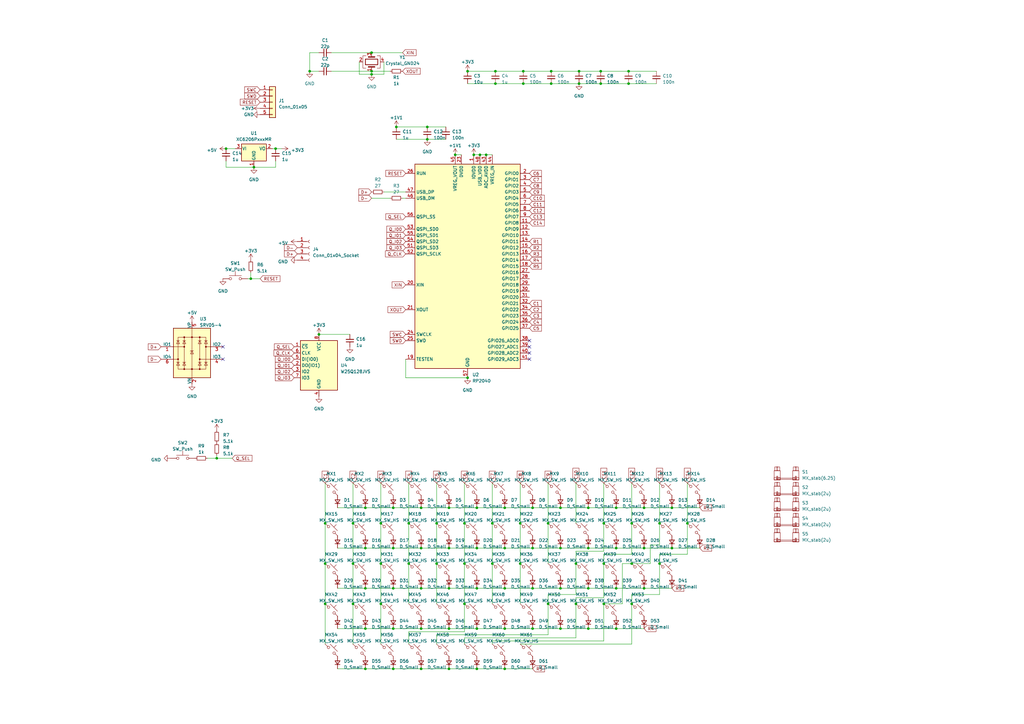
<source format=kicad_sch>
(kicad_sch (version 20230121) (generator eeschema)
  (paper "A3")
  (lib_symbols
    (symbol "Connector:Conn_01x04_Socket" (pin_names (offset 1.016) hide)
      (property "Reference" "J" (at 0 5.08 0))
      (property "Value" "Conn_01x04_Socket" (at 0 -7.62 0))
      (symbol "Conn_01x04_Socket_1_1"
        (pin passive line (at -5.08 2.54 0) (length 3.81) (name "Pin_1") (number "1"))
        (pin passive line (at -5.08 0 0) (length 3.81) (name "Pin_2") (number "2"))
        (pin passive line (at -5.08 -2.54 0) (length 3.81) (name "Pin_3") (number "3"))
        (pin passive line (at -5.08 -5.08 0) (length 3.81) (name "Pin_4") (number "4"))
      )
    )
    (symbol "Connector_Generic:Conn_01x05" (pin_names (offset 1.016) hide)
      (property "Reference" "J" (at 0 7.62 0))
      (property "Value" "Conn_01x05" (at 0 -7.62 0))
      (symbol "Conn_01x05_1_1"
        (pin passive line (at -5.08 5.08 0) (length 3.81) (name "Pin_1") (number "1"))
        (pin passive line (at -5.08 2.54 0) (length 3.81) (name "Pin_2") (number "2"))
        (pin passive line (at -5.08 0 0) (length 3.81) (name "Pin_3") (number "3"))
        (pin passive line (at -5.08 -2.54 0) (length 3.81) (name "Pin_4") (number "4"))
        (pin passive line (at -5.08 -5.08 0) (length 3.81) (name "Pin_5") (number "5"))
      )
    )
    (symbol "Device:C_Small" (pin_numbers hide) (pin_names (offset 0.254) hide)
      (property "Reference" "C" (at 0.254 1.778 0))
      (property "Value" "C_Small" (at 0.254 -2.032 0))
      (symbol "C_Small_1_1"
        (pin passive line (at 0 2.54 270) (length 2.032) (name "~") (number "1"))
        (pin passive line (at 0 -2.54 90) (length 2.032) (name "~") (number "2"))
      )
    )
    (symbol "Device:Crystal_GND24" (pin_names (offset 1.016) hide)
      (property "Reference" "Y" (at 3.175 5.08 0))
      (property "Value" "Crystal_GND24" (at 3.175 3.175 0))
      (symbol "Crystal_GND24_1_1"
        (pin passive line (at -3.81 0 0) (length 1.27) (name "1") (number "1"))
        (pin passive line (at 0 5.08 270) (length 1.27) (name "2") (number "2"))
        (pin passive line (at 3.81 0 180) (length 1.27) (name "3") (number "3"))
        (pin passive line (at 0 -5.08 90) (length 1.27) (name "4") (number "4"))
      )
    )
    (symbol "Device:D_Small" (pin_numbers hide) (pin_names (offset 0.254) hide)
      (property "Reference" "D" (at -1.27 2.032 0))
      (property "Value" "D_Small" (at -3.81 -2.032 0))
      (symbol "D_Small_1_1"
        (pin passive line (at -2.54 0 0) (length 1.778) (name "K") (number "1"))
        (pin passive line (at 2.54 0 180) (length 1.778) (name "A") (number "2"))
      )
    )
    (symbol "Device:R_Small" (pin_numbers hide) (pin_names (offset 0.254) hide)
      (property "Reference" "R" (at 0.762 0.508 0))
      (property "Value" "R_Small" (at 0.762 -1.016 0))
      (symbol "R_Small_1_1"
        (pin passive line (at 0 2.54 270) (length 0.762) (name "~") (number "1"))
        (pin passive line (at 0 -2.54 90) (length 0.762) (name "~") (number "2"))
      )
    )
    (symbol "MCU_RaspberryPi:RP2040"
      (property "Reference" "U" (at 17.78 45.72 0))
      (property "Value" "RP2040" (at 17.78 43.18 0))
      (symbol "RP2040_1_1"
        (pin power_in line (at 2.54 45.72 270) (length 3.81) (name "IOVDD") (number "1"))
        (pin passive line (at 2.54 45.72 270) (length 3.81) hide (name "IOVDD") (number "10"))
        (pin bidirectional line (at 25.4 17.78 180) (length 3.81) (name "GPIO8") (number "11"))
        (pin bidirectional line (at 25.4 15.24 180) (length 3.81) (name "GPIO9") (number "12"))
        (pin bidirectional line (at 25.4 12.7 180) (length 3.81) (name "GPIO10") (number "13"))
        (pin bidirectional line (at 25.4 10.16 180) (length 3.81) (name "GPIO11") (number "14"))
        (pin bidirectional line (at 25.4 7.62 180) (length 3.81) (name "GPIO12") (number "15"))
        (pin bidirectional line (at 25.4 5.08 180) (length 3.81) (name "GPIO13") (number "16"))
        (pin bidirectional line (at 25.4 2.54 180) (length 3.81) (name "GPIO14") (number "17"))
        (pin bidirectional line (at 25.4 0 180) (length 3.81) (name "GPIO15") (number "18"))
        (pin input line (at -25.4 -38.1 0) (length 3.81) (name "TESTEN") (number "19"))
        (pin bidirectional line (at 25.4 38.1 180) (length 3.81) (name "GPIO0") (number "2"))
        (pin input line (at -25.4 -7.62 0) (length 3.81) (name "XIN") (number "20"))
        (pin passive line (at -25.4 -17.78 0) (length 3.81) (name "XOUT") (number "21"))
        (pin passive line (at 2.54 45.72 270) (length 3.81) hide (name "IOVDD") (number "22"))
        (pin power_in line (at -2.54 45.72 270) (length 3.81) (name "DVDD") (number "23"))
        (pin input line (at -25.4 -27.94 0) (length 3.81) (name "SWCLK") (number "24"))
        (pin bidirectional line (at -25.4 -30.48 0) (length 3.81) (name "SWD") (number "25"))
        (pin input line (at -25.4 38.1 0) (length 3.81) (name "RUN") (number "26"))
        (pin bidirectional line (at 25.4 -2.54 180) (length 3.81) (name "GPIO16") (number "27"))
        (pin bidirectional line (at 25.4 -5.08 180) (length 3.81) (name "GPIO17") (number "28"))
        (pin bidirectional line (at 25.4 -7.62 180) (length 3.81) (name "GPIO18") (number "29"))
        (pin bidirectional line (at 25.4 35.56 180) (length 3.81) (name "GPIO1") (number "3"))
        (pin bidirectional line (at 25.4 -10.16 180) (length 3.81) (name "GPIO19") (number "30"))
        (pin bidirectional line (at 25.4 -12.7 180) (length 3.81) (name "GPIO20") (number "31"))
        (pin bidirectional line (at 25.4 -15.24 180) (length 3.81) (name "GPIO21") (number "32"))
        (pin passive line (at 2.54 45.72 270) (length 3.81) hide (name "IOVDD") (number "33"))
        (pin bidirectional line (at 25.4 -17.78 180) (length 3.81) (name "GPIO22") (number "34"))
        (pin bidirectional line (at 25.4 -20.32 180) (length 3.81) (name "GPIO23") (number "35"))
        (pin bidirectional line (at 25.4 -22.86 180) (length 3.81) (name "GPIO24") (number "36"))
        (pin bidirectional line (at 25.4 -25.4 180) (length 3.81) (name "GPIO25") (number "37"))
        (pin bidirectional line (at 25.4 -30.48 180) (length 3.81) (name "GPIO26_ADC0") (number "38"))
        (pin bidirectional line (at 25.4 -33.02 180) (length 3.81) (name "GPIO27_ADC1") (number "39"))
        (pin bidirectional line (at 25.4 33.02 180) (length 3.81) (name "GPIO2") (number "4"))
        (pin bidirectional line (at 25.4 -35.56 180) (length 3.81) (name "GPIO28_ADC2") (number "40"))
        (pin bidirectional line (at 25.4 -38.1 180) (length 3.81) (name "GPIO29_ADC3") (number "41"))
        (pin passive line (at 2.54 45.72 270) (length 3.81) hide (name "IOVDD") (number "42"))
        (pin power_in line (at 7.62 45.72 270) (length 3.81) (name "ADC_AVDD") (number "43"))
        (pin power_in line (at 10.16 45.72 270) (length 3.81) (name "VREG_IN") (number "44"))
        (pin power_out line (at -5.08 45.72 270) (length 3.81) (name "VREG_VOUT") (number "45"))
        (pin bidirectional line (at -25.4 27.94 0) (length 3.81) (name "USB_DM") (number "46"))
        (pin bidirectional line (at -25.4 30.48 0) (length 3.81) (name "USB_DP") (number "47"))
        (pin power_in line (at 5.08 45.72 270) (length 3.81) (name "USB_VDD") (number "48"))
        (pin passive line (at 2.54 45.72 270) (length 3.81) hide (name "IOVDD") (number "49"))
        (pin bidirectional line (at 25.4 30.48 180) (length 3.81) (name "GPIO3") (number "5"))
        (pin passive line (at -2.54 45.72 270) (length 3.81) hide (name "DVDD") (number "50"))
        (pin bidirectional line (at -25.4 7.62 0) (length 3.81) (name "QSPI_SD3") (number "51"))
        (pin output line (at -25.4 5.08 0) (length 3.81) (name "QSPI_SCLK") (number "52"))
        (pin bidirectional line (at -25.4 15.24 0) (length 3.81) (name "QSPI_SD0") (number "53"))
        (pin bidirectional line (at -25.4 10.16 0) (length 3.81) (name "QSPI_SD2") (number "54"))
        (pin bidirectional line (at -25.4 12.7 0) (length 3.81) (name "QSPI_SD1") (number "55"))
        (pin bidirectional line (at -25.4 20.32 0) (length 3.81) (name "QSPI_SS") (number "56"))
        (pin power_in line (at 0 -45.72 90) (length 3.81) (name "GND") (number "57"))
        (pin bidirectional line (at 25.4 27.94 180) (length 3.81) (name "GPIO4") (number "6"))
        (pin bidirectional line (at 25.4 25.4 180) (length 3.81) (name "GPIO5") (number "7"))
        (pin bidirectional line (at 25.4 22.86 180) (length 3.81) (name "GPIO6") (number "8"))
        (pin bidirectional line (at 25.4 20.32 180) (length 3.81) (name "GPIO7") (number "9"))
      )
    )
    (symbol "Memory_Flash:W25Q128JVS"
      (property "Reference" "U" (at -8.89 8.89 0))
      (property "Value" "W25Q128JVS" (at 7.62 8.89 0))
      (symbol "W25Q128JVS_1_1"
        (pin input line (at -10.16 7.62 0) (length 2.54) (name "~{CS}") (number "1"))
        (pin bidirectional line (at -10.16 0 0) (length 2.54) (name "DO(IO1)") (number "2"))
        (pin bidirectional line (at -10.16 -2.54 0) (length 2.54) (name "IO2") (number "3"))
        (pin power_in line (at 0 -12.7 90) (length 2.54) (name "GND") (number "4"))
        (pin bidirectional line (at -10.16 2.54 0) (length 2.54) (name "DI(IO0)") (number "5"))
        (pin input line (at -10.16 5.08 0) (length 2.54) (name "CLK") (number "6"))
        (pin bidirectional line (at -10.16 -5.08 0) (length 2.54) (name "IO3") (number "7"))
        (pin power_in line (at 0 12.7 270) (length 2.54) (name "VCC") (number "8"))
      )
    )
    (symbol "PCM_marbastlib-mx:MX_SW_HS" (pin_numbers hide) (pin_names (offset 1.016) hide)
      (property "Reference" "MX" (at 3.048 1.016 0))
      (property "Value" "MX_SW_HS" (at 0 -3.81 0))
      (symbol "MX_SW_HS_0_1"
        (pin passive line (at -2.54 2.54 0) (length 0) (name "1") (number "1"))
        (pin passive line (at 2.54 -2.54 180) (length 0) (name "2") (number "2"))
      )
    )
    (symbol "PCM_marbastlib-mx:MX_stab" (pin_names (offset 1.016))
      (property "Reference" "S" (at -5.08 6.35 0))
      (property "Value" "MX_stab" (at -5.08 3.81 0))
    )
    (symbol "PCM_marbastlib-various:SRV05-4" (pin_names (offset 0))
      (property "Reference" "U" (at -5.08 11.43 0))
      (property "Value" "SRV05-4" (at 2.54 11.43 0))
      (symbol "SRV05-4_1_1"
        (pin passive line (at -12.7 2.54 0) (length 5.08) (name "IO1") (number "1"))
        (pin passive line (at 0 -12.7 90) (length 2.54) (name "VN") (number "2"))
        (pin passive line (at 12.7 2.54 180) (length 5.08) (name "IO2") (number "3"))
        (pin passive line (at 12.7 -2.54 180) (length 5.08) (name "IO3") (number "4"))
        (pin passive line (at 0 12.7 270) (length 2.54) (name "VP") (number "5"))
        (pin passive line (at -12.7 -2.54 0) (length 5.08) (name "IO4") (number "6"))
      )
    )
    (symbol "Regulator_Linear:XC6206PxxxMR" (pin_names (offset 0.254))
      (property "Reference" "U" (at -3.81 3.175 0))
      (property "Value" "XC6206PxxxMR" (at 0 3.175 0))
      (symbol "XC6206PxxxMR_1_1"
        (pin power_in line (at 0 -7.62 90) (length 2.54) (name "GND") (number "1"))
        (pin power_out line (at 7.62 0 180) (length 2.54) (name "VO") (number "2"))
        (pin power_in line (at -7.62 0 0) (length 2.54) (name "VI") (number "3"))
      )
    )
    (symbol "Switch:SW_Push" (pin_numbers hide) (pin_names (offset 1.016) hide)
      (property "Reference" "SW" (at 1.27 2.54 0))
      (property "Value" "SW_Push" (at 0 -1.524 0))
      (symbol "SW_Push_0_1"
        (pin passive line (at -5.08 0 0) (length 2.54) (name "1") (number "1"))
        (pin passive line (at 5.08 0 180) (length 2.54) (name "2") (number "2"))
      )
    )
    (symbol "power:+1V1" (power) (pin_names (offset 0))
      (property "Value" "+1V1" (at 0 3.556 0))
      (symbol "+1V1_1_1"
        (pin power_in line (at 0 0 90) (length 0) hide (name "+1V1") (number "1"))
      )
    )
    (symbol "power:+3V3" (power) (pin_names (offset 0))
      (property "Value" "+3V3" (at 0 3.556 0))
      (symbol "+3V3_1_1"
        (pin power_in line (at 0 0 90) (length 0) hide (name "+3V3") (number "1"))
      )
    )
    (symbol "power:+5V" (power) (pin_names (offset 0))
      (property "Value" "+5V" (at 0 3.556 0))
      (symbol "+5V_1_1"
        (pin power_in line (at 0 0 90) (length 0) hide (name "+5V") (number "1"))
      )
    )
    (symbol "power:GND" (power) (pin_names (offset 0))
      (property "Value" "GND" (at 0 -3.81 0))
      (symbol "GND_1_1"
        (pin power_in line (at 0 0 270) (length 0) hide (name "GND") (number "1"))
      )
    )
  )
  (junction (at 259.08 214.63))
  (junction (at 144.78 247.65))
  (junction (at 201.93 231.14))
  (junction (at 207.01 224.79))
  (junction (at 229.87 208.28))
  (junction (at 218.44 208.28))
  (junction (at 229.87 257.81))
  (junction (at 224.79 247.65))
  (junction (at 172.72 257.81))
  (junction (at 241.3 257.81))
  (junction (at 167.64 214.63))
  (junction (at 133.35 214.63))
  (junction (at 201.93 214.63))
  (junction (at 203.2 29.21))
  (junction (at 172.72 224.79))
  (junction (at 237.49 34.29))
  (junction (at 195.58 241.3))
  (junction (at 246.38 29.21))
  (junction (at 207.01 274.32))
  (junction (at 246.38 34.29))
  (junction (at 161.29 241.3))
  (junction (at 213.36 231.14))
  (junction (at 237.49 29.21))
  (junction (at 162.56 52.07))
  (junction (at 156.21 247.65))
  (junction (at 207.01 257.81))
  (junction (at 218.44 224.79))
  (junction (at 190.5 247.65))
  (junction (at 247.65 231.14))
  (junction (at 241.3 224.79))
  (junction (at 252.73 208.28))
  (junction (at 247.65 214.63))
  (junction (at 226.06 34.29))
  (junction (at 196.85 63.5))
  (junction (at 156.21 231.14))
  (junction (at 257.81 29.21))
  (junction (at 275.59 208.28))
  (junction (at 184.15 208.28))
  (junction (at 195.58 224.79))
  (junction (at 172.72 241.3))
  (junction (at 264.16 224.79))
  (junction (at 88.9 187.96))
  (junction (at 252.73 257.81))
  (junction (at 247.65 247.65))
  (junction (at 264.16 208.28))
  (junction (at 102.87 114.3))
  (junction (at 195.58 208.28))
  (junction (at 161.29 208.28))
  (junction (at 179.07 231.14))
  (junction (at 186.69 63.5))
  (junction (at 191.77 29.21))
  (junction (at 224.79 214.63))
  (junction (at 236.22 231.14))
  (junction (at 214.63 29.21))
  (junction (at 259.08 247.65))
  (junction (at 191.77 154.94))
  (junction (at 190.5 231.14))
  (junction (at 184.15 274.32))
  (junction (at 175.26 57.15))
  (junction (at 184.15 257.81))
  (junction (at 281.94 214.63))
  (junction (at 184.15 241.3))
  (junction (at 226.06 29.21))
  (junction (at 149.86 241.3))
  (junction (at 104.14 68.58))
  (junction (at 133.35 247.65))
  (junction (at 149.86 224.79))
  (junction (at 156.21 214.63))
  (junction (at 257.81 34.29))
  (junction (at 264.16 241.3))
  (junction (at 207.01 208.28))
  (junction (at 241.3 241.3))
  (junction (at 127 29.21))
  (junction (at 218.44 241.3))
  (junction (at 133.35 231.14))
  (junction (at 92.71 60.96))
  (junction (at 161.29 224.79))
  (junction (at 144.78 231.14))
  (junction (at 241.3 208.28))
  (junction (at 149.86 274.32))
  (junction (at 190.5 214.63))
  (junction (at 184.15 224.79))
  (junction (at 218.44 257.81))
  (junction (at 152.4 30.48))
  (junction (at 152.4 29.21))
  (junction (at 275.59 224.79))
  (junction (at 172.72 208.28))
  (junction (at 236.22 247.65))
  (junction (at 194.31 63.5))
  (junction (at 229.87 224.79))
  (junction (at 172.72 274.32))
  (junction (at 130.81 137.16))
  (junction (at 199.39 63.5))
  (junction (at 252.73 224.79))
  (junction (at 252.73 241.3))
  (junction (at 195.58 257.81))
  (junction (at 207.01 241.3))
  (junction (at 144.78 214.63))
  (junction (at 270.51 231.14))
  (junction (at 213.36 214.63))
  (junction (at 175.26 52.07))
  (junction (at 152.4 21.59))
  (junction (at 229.87 241.3))
  (junction (at 149.86 208.28))
  (junction (at 270.51 214.63))
  (junction (at 161.29 274.32))
  (junction (at 214.63 34.29))
  (junction (at 167.64 231.14))
  (junction (at 149.86 257.81))
  (junction (at 161.29 257.81))
  (junction (at 259.08 231.14))
  (junction (at 113.03 60.96))
  (junction (at 195.58 274.32))
  (junction (at 203.2 34.29))
  (junction (at 179.07 214.63))
  (no_connect (at 217.17 144.78))
  (no_connect (at 217.17 139.7))
  (no_connect (at 217.17 142.24))
  (no_connect (at 217.17 147.32))
  (no_connect (at 91.44 142.24))
  (no_connect (at 91.44 147.32))
  (wire (pts (xy 236.22 198.12) (xy 236.22 214.63)))
  (wire (pts (xy 281.94 214.63) (xy 281.94 198.12)))
  (wire (pts (xy 138.43 208.28) (xy 149.86 208.28)))
  (wire (pts (xy 224.79 247.65) (xy 224.79 260.35)))
  (wire (pts (xy 127 21.59) (xy 127 29.21)))
  (wire (pts (xy 224.79 198.12) (xy 224.79 214.63)))
  (wire (pts (xy 270.51 231.14) (xy 270.51 227.33)))
  (wire (pts (xy 172.72 224.79) (xy 184.15 224.79)))
  (wire (pts (xy 144.78 231.14) (xy 144.78 247.65)))
  (wire (pts (xy 255.27 231.14) (xy 255.27 247.65)))
  (wire (pts (xy 259.08 214.63) (xy 259.08 227.33)))
  (wire (pts (xy 236.22 245.11) (xy 236.22 247.65)))
  (wire (pts (xy 237.49 34.29) (xy 246.38 34.29)))
  (wire (pts (xy 167.64 198.12) (xy 167.64 214.63)))
  (wire (pts (xy 229.87 241.3) (xy 241.3 241.3)))
  (wire (pts (xy 241.3 241.3) (xy 252.73 241.3)))
  (wire (pts (xy 247.65 227.33) (xy 247.65 231.14)))
  (wire (pts (xy 149.86 241.3) (xy 161.29 241.3)))
  (wire (pts (xy 229.87 224.79) (xy 241.3 224.79)))
  (wire (pts (xy 138.43 274.32) (xy 149.86 274.32)))
  (wire (pts (xy 130.81 137.16) (xy 143.51 137.16)))
  (wire (pts (xy 127 29.21) (xy 130.81 29.21)))
  (wire (pts (xy 92.71 68.58) (xy 104.14 68.58)))
  (wire (pts (xy 241.3 208.28) (xy 252.73 208.28)))
  (wire (pts (xy 161.29 208.28) (xy 172.72 208.28)))
  (wire (pts (xy 149.86 274.32) (xy 161.29 274.32)))
  (wire (pts (xy 247.65 262.89) (xy 201.93 262.89)))
  (wire (pts (xy 175.26 52.07) (xy 182.88 52.07)))
  (wire (pts (xy 252.73 257.81) (xy 264.16 257.81)))
  (wire (pts (xy 135.89 29.21) (xy 152.4 29.21)))
  (wire (pts (xy 229.87 208.28) (xy 241.3 208.28)))
  (wire (pts (xy 92.71 60.96) (xy 96.52 60.96)))
  (wire (pts (xy 149.86 257.81) (xy 161.29 257.81)))
  (wire (pts (xy 224.79 214.63) (xy 224.79 231.14)))
  (wire (pts (xy 195.58 224.79) (xy 207.01 224.79)))
  (wire (pts (xy 179.07 231.14) (xy 179.07 247.65)))
  (wire (pts (xy 156.21 214.63) (xy 156.21 231.14)))
  (wire (pts (xy 144.78 214.63) (xy 144.78 231.14)))
  (wire (pts (xy 133.35 198.12) (xy 133.35 214.63)))
  (wire (pts (xy 270.51 227.33) (xy 281.94 227.33)))
  (wire (pts (xy 195.58 208.28) (xy 207.01 208.28)))
  (wire (pts (xy 115.57 60.96) (xy 113.03 60.96)))
  (wire (pts (xy 165.1 81.28) (xy 166.37 81.28)))
  (wire (pts (xy 259.08 243.84) (xy 270.51 243.84)))
  (wire (pts (xy 172.72 208.28) (xy 184.15 208.28)))
  (wire (pts (xy 88.9 186.69) (xy 88.9 187.96)))
  (wire (pts (xy 201.93 262.89) (xy 201.93 264.16)))
  (wire (pts (xy 138.43 224.79) (xy 149.86 224.79)))
  (wire (pts (xy 113.03 68.58) (xy 104.14 68.58)))
  (wire (pts (xy 152.4 29.21) (xy 160.02 29.21)))
  (wire (pts (xy 255.27 247.65) (xy 247.65 247.65)))
  (wire (pts (xy 138.43 257.81) (xy 149.86 257.81)))
  (wire (pts (xy 203.2 34.29) (xy 214.63 34.29)))
  (wire (pts (xy 138.43 241.3) (xy 149.86 241.3)))
  (wire (pts (xy 247.65 245.11) (xy 236.22 245.11)))
  (wire (pts (xy 218.44 208.28) (xy 229.87 208.28)))
  (wire (pts (xy 236.22 243.84) (xy 224.79 243.84)))
  (wire (pts (xy 186.69 63.5) (xy 189.23 63.5)))
  (wire (pts (xy 190.5 259.08) (xy 167.64 259.08)))
  (wire (pts (xy 247.65 226.06) (xy 236.22 226.06)))
  (wire (pts (xy 133.35 214.63) (xy 133.35 231.14)))
  (wire (pts (xy 190.5 231.14) (xy 190.5 247.65)))
  (wire (pts (xy 147.32 25.4) (xy 147.32 30.48)))
  (wire (pts (xy 213.36 214.63) (xy 213.36 231.14)))
  (wire (pts (xy 264.16 241.3) (xy 275.59 241.3)))
  (wire (pts (xy 156.21 247.65) (xy 156.21 264.16)))
  (wire (pts (xy 247.65 214.63) (xy 247.65 226.06)))
  (wire (pts (xy 161.29 257.81) (xy 172.72 257.81)))
  (wire (pts (xy 184.15 257.81) (xy 195.58 257.81)))
  (wire (pts (xy 166.37 154.94) (xy 191.77 154.94)))
  (wire (pts (xy 88.9 187.96) (xy 85.09 187.96)))
  (wire (pts (xy 199.39 63.5) (xy 201.93 63.5)))
  (wire (pts (xy 207.01 257.81) (xy 218.44 257.81)))
  (wire (pts (xy 172.72 257.81) (xy 184.15 257.81)))
  (wire (pts (xy 213.36 231.14) (xy 213.36 247.65)))
  (wire (pts (xy 207.01 274.32) (xy 218.44 274.32)))
  (wire (pts (xy 195.58 274.32) (xy 207.01 274.32)))
  (wire (pts (xy 184.15 208.28) (xy 195.58 208.28)))
  (wire (pts (xy 266.7 231.14) (xy 259.08 231.14)))
  (wire (pts (xy 144.78 198.12) (xy 144.78 214.63)))
  (wire (pts (xy 95.25 187.96) (xy 88.9 187.96)))
  (wire (pts (xy 167.64 214.63) (xy 167.64 231.14)))
  (wire (pts (xy 156.21 198.12) (xy 156.21 214.63)))
  (wire (pts (xy 179.07 260.35) (xy 179.07 264.16)))
  (wire (pts (xy 133.35 247.65) (xy 133.35 264.16)))
  (wire (pts (xy 102.87 111.76) (xy 102.87 114.3)))
  (wire (pts (xy 226.06 29.21) (xy 237.49 29.21)))
  (wire (pts (xy 247.65 198.12) (xy 247.65 214.63)))
  (wire (pts (xy 191.77 29.21) (xy 203.2 29.21)))
  (wire (pts (xy 224.79 260.35) (xy 179.07 260.35)))
  (wire (pts (xy 195.58 241.3) (xy 207.01 241.3)))
  (wire (pts (xy 172.72 274.32) (xy 184.15 274.32)))
  (wire (pts (xy 102.87 114.3) (xy 101.6 114.3)))
  (wire (pts (xy 257.81 34.29) (xy 269.24 34.29)))
  (wire (pts (xy 241.3 257.81) (xy 252.73 257.81)))
  (wire (pts (xy 184.15 241.3) (xy 195.58 241.3)))
  (wire (pts (xy 259.08 264.16) (xy 213.36 264.16)))
  (wire (pts (xy 264.16 208.28) (xy 275.59 208.28)))
  (wire (pts (xy 161.29 224.79) (xy 172.72 224.79)))
  (wire (pts (xy 236.22 226.06) (xy 236.22 231.14)))
  (wire (pts (xy 157.48 78.74) (xy 166.37 78.74)))
  (wire (pts (xy 236.22 261.62) (xy 190.5 261.62)))
  (wire (pts (xy 194.31 63.5) (xy 196.85 63.5)))
  (wire (pts (xy 135.89 21.59) (xy 152.4 21.59)))
  (wire (pts (xy 259.08 247.65) (xy 259.08 243.84)))
  (wire (pts (xy 236.22 247.65) (xy 236.22 261.62)))
  (wire (pts (xy 252.73 208.28) (xy 264.16 208.28)))
  (wire (pts (xy 172.72 241.3) (xy 184.15 241.3)))
  (wire (pts (xy 175.26 57.15) (xy 182.88 57.15)))
  (wire (pts (xy 152.4 21.59) (xy 165.1 21.59)))
  (wire (pts (xy 201.93 198.12) (xy 201.93 214.63)))
  (wire (pts (xy 130.81 21.59) (xy 127 21.59)))
  (wire (pts (xy 162.56 52.07) (xy 175.26 52.07)))
  (wire (pts (xy 162.56 57.15) (xy 175.26 57.15)))
  (wire (pts (xy 161.29 274.32) (xy 172.72 274.32)))
  (wire (pts (xy 149.86 208.28) (xy 161.29 208.28)))
  (wire (pts (xy 133.35 231.14) (xy 133.35 247.65)))
  (wire (pts (xy 207.01 208.28) (xy 218.44 208.28)))
  (wire (pts (xy 281.94 227.33) (xy 281.94 214.63)))
  (wire (pts (xy 270.51 223.52) (xy 266.7 223.52)))
  (wire (pts (xy 252.73 241.3) (xy 264.16 241.3)))
  (wire (pts (xy 191.77 34.29) (xy 203.2 34.29)))
  (wire (pts (xy 113.03 60.96) (xy 111.76 60.96)))
  (wire (pts (xy 147.32 30.48) (xy 152.4 30.48)))
  (wire (pts (xy 179.07 214.63) (xy 179.07 231.14)))
  (wire (pts (xy 226.06 34.29) (xy 237.49 34.29)))
  (wire (pts (xy 184.15 274.32) (xy 195.58 274.32)))
  (wire (pts (xy 195.58 257.81) (xy 207.01 257.81)))
  (wire (pts (xy 270.51 198.12) (xy 270.51 214.63)))
  (wire (pts (xy 218.44 224.79) (xy 229.87 224.79)))
  (wire (pts (xy 259.08 227.33) (xy 247.65 227.33)))
  (wire (pts (xy 207.01 241.3) (xy 218.44 241.3)))
  (wire (pts (xy 190.5 261.62) (xy 190.5 264.16)))
  (wire (pts (xy 266.7 223.52) (xy 266.7 231.14)))
  (wire (pts (xy 264.16 224.79) (xy 275.59 224.79)))
  (wire (pts (xy 270.51 214.63) (xy 270.51 223.52)))
  (wire (pts (xy 203.2 29.21) (xy 214.63 29.21)))
  (wire (pts (xy 259.08 198.12) (xy 259.08 214.63)))
  (wire (pts (xy 190.5 247.65) (xy 190.5 259.08)))
  (wire (pts (xy 207.01 224.79) (xy 218.44 224.79)))
  (wire (pts (xy 241.3 224.79) (xy 252.73 224.79)))
  (wire (pts (xy 275.59 208.28) (xy 287.02 208.28)))
  (wire (pts (xy 218.44 241.3) (xy 229.87 241.3)))
  (wire (pts (xy 106.68 114.3) (xy 102.87 114.3)))
  (wire (pts (xy 167.64 259.08) (xy 167.64 264.16)))
  (wire (pts (xy 257.81 29.21) (xy 269.24 29.21)))
  (wire (pts (xy 237.49 29.21) (xy 246.38 29.21)))
  (wire (pts (xy 247.65 231.14) (xy 247.65 245.11)))
  (wire (pts (xy 113.03 66.04) (xy 113.03 68.58)))
  (wire (pts (xy 275.59 224.79) (xy 287.02 224.79)))
  (wire (pts (xy 213.36 198.12) (xy 213.36 214.63)))
  (wire (pts (xy 218.44 257.81) (xy 229.87 257.81)))
  (wire (pts (xy 166.37 147.32) (xy 166.37 154.94)))
  (wire (pts (xy 252.73 224.79) (xy 264.16 224.79)))
  (wire (pts (xy 246.38 34.29) (xy 257.81 34.29)))
  (wire (pts (xy 156.21 231.14) (xy 156.21 247.65)))
  (wire (pts (xy 270.51 243.84) (xy 270.51 231.14)))
  (wire (pts (xy 246.38 29.21) (xy 257.81 29.21)))
  (wire (pts (xy 236.22 231.14) (xy 236.22 243.84)))
  (wire (pts (xy 190.5 214.63) (xy 190.5 231.14)))
  (wire (pts (xy 179.07 198.12) (xy 179.07 214.63)))
  (wire (pts (xy 259.08 247.65) (xy 259.08 264.16)))
  (wire (pts (xy 167.64 231.14) (xy 167.64 247.65)))
  (wire (pts (xy 214.63 34.29) (xy 226.06 34.29)))
  (wire (pts (xy 152.4 81.28) (xy 160.02 81.28)))
  (wire (pts (xy 184.15 224.79) (xy 195.58 224.79)))
  (wire (pts (xy 92.71 66.04) (xy 92.71 68.58)))
  (wire (pts (xy 149.86 224.79) (xy 161.29 224.79)))
  (wire (pts (xy 196.85 63.5) (xy 199.39 63.5)))
  (wire (pts (xy 152.4 30.48) (xy 157.48 30.48)))
  (wire (pts (xy 229.87 257.81) (xy 241.3 257.81)))
  (wire (pts (xy 214.63 29.21) (xy 226.06 29.21)))
  (wire (pts (xy 201.93 214.63) (xy 201.93 231.14)))
  (wire (pts (xy 144.78 247.65) (xy 144.78 264.16)))
  (wire (pts (xy 259.08 231.14) (xy 255.27 231.14)))
  (wire (pts (xy 247.65 247.65) (xy 247.65 262.89)))
  (wire (pts (xy 190.5 198.12) (xy 190.5 214.63)))
  (wire (pts (xy 224.79 243.84) (xy 224.79 247.65)))
  (wire (pts (xy 157.48 25.4) (xy 157.48 30.48)))
  (wire (pts (xy 161.29 241.3) (xy 172.72 241.3)))
  (wire (pts (xy 201.93 231.14) (xy 201.93 247.65)))
  (global_label "SWC" (shape input) (at 166.37 137.16 180) (property "Intersheetrefs" "${INTERSHEET_REFS}" (effects hide)))
  (global_label "C5" (shape input) (at 217.17 134.62 0) (property "Intersheetrefs" "${INTERSHEET_REFS}" (effects hide)))
  (global_label "R1" (shape input) (at 287.02 208.28 0) (property "Intersheetrefs" "${INTERSHEET_REFS}" (effects hide)))
  (global_label "C6" (shape input) (at 217.17 71.12 0) (property "Intersheetrefs" "${INTERSHEET_REFS}" (effects hide)))
  (global_label "C7" (shape input) (at 217.17 73.66 0) (property "Intersheetrefs" "${INTERSHEET_REFS}" (effects hide)))
  (global_label "C2" (shape input) (at 144.78 198.12 90) (property "Intersheetrefs" "${INTERSHEET_REFS}" (effects hide)))
  (global_label "D+" (shape input) (at 152.4 78.74 180) (property "Intersheetrefs" "${INTERSHEET_REFS}" (effects hide)))
  (global_label "R3" (shape input) (at 275.59 241.3 0) (property "Intersheetrefs" "${INTERSHEET_REFS}" (effects hide)))
  (global_label "R4" (shape input) (at 217.17 106.68 0) (property "Intersheetrefs" "${INTERSHEET_REFS}" (effects hide)))
  (global_label "C13" (shape input) (at 270.51 198.12 90) (property "Intersheetrefs" "${INTERSHEET_REFS}" (effects hide)))
  (global_label "Q_I02" (shape input) (at 120.65 152.4 180) (property "Intersheetrefs" "${INTERSHEET_REFS}" (effects hide)))
  (global_label "C9" (shape input) (at 224.79 198.12 90) (property "Intersheetrefs" "${INTERSHEET_REFS}" (effects hide)))
  (global_label "RESET" (shape input) (at 106.68 114.3 0) (property "Intersheetrefs" "${INTERSHEET_REFS}" (effects hide)))
  (global_label "C11" (shape input) (at 217.17 83.82 0) (property "Intersheetrefs" "${INTERSHEET_REFS}" (effects hide)))
  (global_label "XOUT" (shape input) (at 166.37 127 180) (property "Intersheetrefs" "${INTERSHEET_REFS}" (effects hide)))
  (global_label "RESET" (shape input) (at 166.37 71.12 180) (property "Intersheetrefs" "${INTERSHEET_REFS}" (effects hide)))
  (global_label "C12" (shape input) (at 259.08 198.12 90) (property "Intersheetrefs" "${INTERSHEET_REFS}" (effects hide)))
  (global_label "C5" (shape input) (at 179.07 198.12 90) (property "Intersheetrefs" "${INTERSHEET_REFS}" (effects hide)))
  (global_label "C14" (shape input) (at 281.94 198.12 90) (property "Intersheetrefs" "${INTERSHEET_REFS}" (effects hide)))
  (global_label "C12" (shape input) (at 217.17 86.36 0) (property "Intersheetrefs" "${INTERSHEET_REFS}" (effects hide)))
  (global_label "Q_I03" (shape input) (at 166.37 101.6 180) (property "Intersheetrefs" "${INTERSHEET_REFS}" (effects hide)))
  (global_label "R1" (shape input) (at 217.17 99.06 0) (property "Intersheetrefs" "${INTERSHEET_REFS}" (effects hide)))
  (global_label "Q_I01" (shape input) (at 166.37 96.52 180) (property "Intersheetrefs" "${INTERSHEET_REFS}" (effects hide)))
  (global_label "C11" (shape input) (at 247.65 198.12 90) (property "Intersheetrefs" "${INTERSHEET_REFS}" (effects hide)))
  (global_label "Q_SEL" (shape input) (at 95.25 187.96 0) (property "Intersheetrefs" "${INTERSHEET_REFS}" (effects hide)))
  (global_label "Q_CLK" (shape input) (at 166.37 104.14 180) (property "Intersheetrefs" "${INTERSHEET_REFS}" (effects hide)))
  (global_label "C13" (shape input) (at 217.17 88.9 0) (property "Intersheetrefs" "${INTERSHEET_REFS}" (effects hide)))
  (global_label "C10" (shape input) (at 217.17 81.28 0) (property "Intersheetrefs" "${INTERSHEET_REFS}" (effects hide)))
  (global_label "R2" (shape input) (at 217.17 101.6 0) (property "Intersheetrefs" "${INTERSHEET_REFS}" (effects hide)))
  (global_label "Q_I02" (shape input) (at 166.37 99.06 180) (property "Intersheetrefs" "${INTERSHEET_REFS}" (effects hide)))
  (global_label "C8" (shape input) (at 213.36 198.12 90) (property "Intersheetrefs" "${INTERSHEET_REFS}" (effects hide)))
  (global_label "Q_I00" (shape input) (at 166.37 93.98 180) (property "Intersheetrefs" "${INTERSHEET_REFS}" (effects hide)))
  (global_label "C9" (shape input) (at 217.17 78.74 0) (property "Intersheetrefs" "${INTERSHEET_REFS}" (effects hide)))
  (global_label "C4" (shape input) (at 167.64 198.12 90) (property "Intersheetrefs" "${INTERSHEET_REFS}" (effects hide)))
  (global_label "XIN" (shape input) (at 165.1 21.59 0) (property "Intersheetrefs" "${INTERSHEET_REFS}" (effects hide)))
  (global_label "C2" (shape input) (at 217.17 127 0) (property "Intersheetrefs" "${INTERSHEET_REFS}" (effects hide)))
  (global_label "D+" (shape input) (at 66.04 142.24 180) (property "Intersheetrefs" "${INTERSHEET_REFS}" (effects hide)))
  (global_label "XOUT" (shape input) (at 165.1 29.21 0) (property "Intersheetrefs" "${INTERSHEET_REFS}" (effects hide)))
  (global_label "R3" (shape input) (at 217.17 104.14 0) (property "Intersheetrefs" "${INTERSHEET_REFS}" (effects hide)))
  (global_label "C3" (shape input) (at 156.21 198.12 90) (property "Intersheetrefs" "${INTERSHEET_REFS}" (effects hide)))
  (global_label "C4" (shape input) (at 217.17 132.08 0) (property "Intersheetrefs" "${INTERSHEET_REFS}" (effects hide)))
  (global_label "C1" (shape input) (at 217.17 124.46 0) (property "Intersheetrefs" "${INTERSHEET_REFS}" (effects hide)))
  (global_label "Q_I03" (shape input) (at 120.65 154.94 180) (property "Intersheetrefs" "${INTERSHEET_REFS}" (effects hide)))
  (global_label "R4" (shape input) (at 264.16 257.81 0) (property "Intersheetrefs" "${INTERSHEET_REFS}" (effects hide)))
  (global_label "Q_SEL" (shape input) (at 166.37 88.9 180) (property "Intersheetrefs" "${INTERSHEET_REFS}" (effects hide)))
  (global_label "D-" (shape input) (at 66.04 147.32 180) (property "Intersheetrefs" "${INTERSHEET_REFS}" (effects hide)))
  (global_label "C3" (shape input) (at 217.17 129.54 0) (property "Intersheetrefs" "${INTERSHEET_REFS}" (effects hide)))
  (global_label "Q_I00" (shape input) (at 120.65 147.32 180) (property "Intersheetrefs" "${INTERSHEET_REFS}" (effects hide)))
  (global_label "C7" (shape input) (at 201.93 198.12 90) (property "Intersheetrefs" "${INTERSHEET_REFS}" (effects hide)))
  (global_label "C8" (shape input) (at 217.17 76.2 0) (property "Intersheetrefs" "${INTERSHEET_REFS}" (effects hide)))
  (global_label "D-" (shape input) (at 152.4 81.28 180) (property "Intersheetrefs" "${INTERSHEET_REFS}" (effects hide)))
  (global_label "D+" (shape input) (at 121.92 104.14 180) (property "Intersheetrefs" "${INTERSHEET_REFS}" (effects hide)))
  (global_label "R2" (shape input) (at 287.02 224.79 0) (property "Intersheetrefs" "${INTERSHEET_REFS}" (effects hide)))
  (global_label "C1" (shape input) (at 133.35 198.12 90) (property "Intersheetrefs" "${INTERSHEET_REFS}" (effects hide)))
  (global_label "SWD" (shape input) (at 106.68 39.37 180) (property "Intersheetrefs" "${INTERSHEET_REFS}" (effects hide)))
  (global_label "Q_CLK" (shape input) (at 120.65 144.78 180) (property "Intersheetrefs" "${INTERSHEET_REFS}" (effects hide)))
  (global_label "C10" (shape input) (at 236.22 198.12 90) (property "Intersheetrefs" "${INTERSHEET_REFS}" (effects hide)))
  (global_label "Q_SEL" (shape input) (at 120.65 142.24 180) (property "Intersheetrefs" "${INTERSHEET_REFS}" (effects hide)))
  (global_label "C14" (shape input) (at 217.17 91.44 0) (property "Intersheetrefs" "${INTERSHEET_REFS}" (effects hide)))
  (global_label "RESET" (shape input) (at 106.68 41.91 180) (property "Intersheetrefs" "${INTERSHEET_REFS}" (effects hide)))
  (global_label "XIN" (shape input) (at 166.37 116.84 180) (property "Intersheetrefs" "${INTERSHEET_REFS}" (effects hide)))
  (global_label "Q_I01" (shape input) (at 120.65 149.86 180) (property "Intersheetrefs" "${INTERSHEET_REFS}" (effects hide)))
  (global_label "R5" (shape input) (at 217.17 109.22 0) (property "Intersheetrefs" "${INTERSHEET_REFS}" (effects hide)))
  (global_label "R5" (shape input) (at 218.44 274.32 0) (property "Intersheetrefs" "${INTERSHEET_REFS}" (effects hide)))
  (global_label "SWC" (shape input) (at 106.68 36.83 180) (property "Intersheetrefs" "${INTERSHEET_REFS}" (effects hide)))
  (global_label "SWD" (shape input) (at 166.37 139.7 180) (property "Intersheetrefs" "${INTERSHEET_REFS}" (effects hide)))
  (global_label "C6" (shape input) (at 190.5 198.12 90) (property "Intersheetrefs" "${INTERSHEET_REFS}" (effects hide)))
  (global_label "D-" (shape input) (at 121.92 101.6 180) (property "Intersheetrefs" "${INTERSHEET_REFS}" (effects hide)))
  (symbol (lib_id "PCM_marbastlib-mx:MX_stab") (at 322.58 219.71 0) (unit 1)
    (property "Reference" "S5" (at 328.93 218.948 0) (effects (justify left)))
    (property "Value" "MX_stab(2u)" (at 328.93 221.488 0) (effects (justify left)))
    (property "Footprint" "PCM_marbastlib-mx:STAB_MX_P_2u" (effects hide))
  )
  (symbol (lib_id "PCM_marbastlib-mx:MX_SW_HS") (at 250.19 250.19 0) (unit 1)
    (property "Reference" "MX52" (at 250.19 243.84 0))
    (property "Value" "MX_SW_HS" (at 250.19 246.38 0))
    (property "Footprint" "PCM_marbastlib-mx:SW_MX_1u" (effects hide))
  )
  (symbol (lib_id "PCM_marbastlib-mx:MX_SW_HS") (at 215.9 233.68 0) (unit 1)
    (property "Reference" "MX36" (at 215.9 227.33 0))
    (property "Value" "MX_SW_HS" (at 215.9 229.87 0))
    (property "Footprint" "PCM_marbastlib-mx:SW_MX_1u" (effects hide))
  )
  (symbol (lib_id "Device:D_Small") (at 207.01 222.25 90) (unit 1)
    (property "Reference" "D21" (at 209.55 221.615 90) (effects (justify right)))
    (property "Value" "D_Small" (at 209.55 224.155 90) (effects (justify right)))
    (property "Footprint" "Diode_SMD:D_SOD-123" (effects hide))
    (property "Sim.Device" "D" (effects hide))
    (property "Sim.Pins" "1=K 2=A" (effects hide))
  )
  (symbol (lib_id "PCM_marbastlib-mx:MX_SW_HS") (at 273.05 200.66 0) (unit 1)
    (property "Reference" "MX13" (at 273.05 194.31 0))
    (property "Value" "MX_SW_HS" (at 273.05 196.85 0))
    (property "Footprint" "PCM_marbastlib-mx:SW_MX_1u" (effects hide))
  )
  (symbol (lib_id "PCM_marbastlib-mx:MX_SW_HS") (at 181.61 266.7 0) (unit 1)
    (property "Reference" "MX58" (at 181.61 260.35 0))
    (property "Value" "MX_SW_HS" (at 181.61 262.89 0))
    (property "Footprint" "PCM_marbastlib-mx:SW_MX_1.25u" (effects hide))
  )
  (symbol (lib_id "power:+5V") (at 78.74 132.08 0) (unit 1)
    (property "Reference" "#PWR0104" (effects hide))
    (property "Value" "+5V" (at 78.74 128.27 0))
  )
  (symbol (lib_id "Device:D_Small") (at 287.02 222.25 90) (unit 1)
    (property "Reference" "D28" (at 289.56 221.615 90) (effects (justify right)))
    (property "Value" "D_Small" (at 289.56 224.155 90) (effects (justify right)))
    (property "Footprint" "Diode_SMD:D_SOD-123" (effects hide))
    (property "Sim.Device" "D" (effects hide))
    (property "Sim.Pins" "1=K 2=A" (effects hide))
  )
  (symbol (lib_id "PCM_marbastlib-mx:MX_SW_HS") (at 215.9 200.66 0) (unit 1)
    (property "Reference" "MX8" (at 215.9 194.31 0))
    (property "Value" "MX_SW_HS" (at 215.9 196.85 0))
    (property "Footprint" "PCM_marbastlib-mx:SW_MX_1u" (effects hide))
  )
  (symbol (lib_id "PCM_marbastlib-mx:MX_SW_HS") (at 135.89 200.66 0) (unit 1)
    (property "Reference" "MX1" (at 135.89 194.31 0))
    (property "Value" "MX_SW_HS" (at 135.89 196.85 0))
    (property "Footprint" "PCM_marbastlib-mx:SW_MX_1u" (effects hide))
  )
  (symbol (lib_id "Device:D_Small") (at 241.3 222.25 90) (unit 1)
    (property "Reference" "D24" (at 243.84 221.615 90) (effects (justify right)))
    (property "Value" "D_Small" (at 243.84 224.155 90) (effects (justify right)))
    (property "Footprint" "Diode_SMD:D_SOD-123" (effects hide))
    (property "Sim.Device" "D" (effects hide))
    (property "Sim.Pins" "1=K 2=A" (effects hide))
  )
  (symbol (lib_id "Device:D_Small") (at 252.73 238.76 90) (unit 1)
    (property "Reference" "D39" (at 255.27 238.125 90) (effects (justify right)))
    (property "Value" "D_Small" (at 255.27 240.665 90) (effects (justify right)))
    (property "Footprint" "Diode_SMD:D_SOD-123" (effects hide))
    (property "Sim.Device" "D" (effects hide))
    (property "Sim.Pins" "1=K 2=A" (effects hide))
  )
  (symbol (lib_id "Device:C_Small") (at 92.71 63.5 0) (unit 1)
    (property "Reference" "C14" (at 95.25 62.8713 0) (effects (justify left)))
    (property "Value" "1u" (at 95.25 65.4113 0) (effects (justify left)))
    (property "Footprint" "Capacitor_SMD:C_0402_1005Metric" (effects hide))
  )
  (symbol (lib_id "power:GND") (at 104.14 68.58 0) (unit 1)
    (property "Reference" "#PWR028" (effects hide))
    (property "Value" "GND" (at 104.14 73.66 0))
  )
  (symbol (lib_id "Device:D_Small") (at 172.72 255.27 90) (unit 1)
    (property "Reference" "D45" (at 175.26 254.635 90) (effects (justify right)))
    (property "Value" "D_Small" (at 175.26 257.175 90) (effects (justify right)))
    (property "Footprint" "Diode_SMD:D_SOD-123" (effects hide))
    (property "Sim.Device" "D" (effects hide))
    (property "Sim.Pins" "1=K 2=A" (effects hide))
  )
  (symbol (lib_id "PCM_marbastlib-mx:MX_SW_HS") (at 250.19 217.17 0) (unit 1)
    (property "Reference" "MX25" (at 250.19 210.82 0))
    (property "Value" "MX_SW_HS" (at 250.19 213.36 0))
    (property "Footprint" "PCM_marbastlib-mx:SW_MX_1u" (effects hide))
  )
  (symbol (lib_id "power:+3V3") (at 115.57 60.96 270) (unit 1)
    (property "Reference" "#PWR024" (effects hide))
    (property "Value" "+3V3" (at 119.38 61.595 90) (effects (justify left)))
  )
  (symbol (lib_id "power:+3V3") (at 102.87 106.68 0) (unit 1)
    (property "Reference" "#PWR075" (effects hide))
    (property "Value" "+3V3" (at 102.87 102.87 0))
  )
  (symbol (lib_id "power:GND") (at 69.85 187.96 270) (unit 1)
    (property "Reference" "#PWR0151" (effects hide))
    (property "Value" "GND" (at 66.04 188.595 90) (effects (justify right)))
  )
  (symbol (lib_id "Device:D_Small") (at 195.58 222.25 90) (unit 1)
    (property "Reference" "D20" (at 198.12 221.615 90) (effects (justify right)))
    (property "Value" "D_Small" (at 198.12 224.155 90) (effects (justify right)))
    (property "Footprint" "Diode_SMD:D_SOD-123" (effects hide))
    (property "Sim.Device" "D" (effects hide))
    (property "Sim.Pins" "1=K 2=A" (effects hide))
  )
  (symbol (lib_id "PCM_marbastlib-mx:MX_SW_HS") (at 147.32 266.7 0) (unit 1)
    (property "Reference" "MX55" (at 147.32 260.35 0))
    (property "Value" "MX_SW_HS" (at 147.32 262.89 0))
    (property "Footprint" "PCM_marbastlib-mx:SW_MX_1.25u" (effects hide))
  )
  (symbol (lib_id "PCM_marbastlib-mx:MX_SW_HS") (at 193.04 233.68 0) (unit 1)
    (property "Reference" "MX34" (at 193.04 227.33 0))
    (property "Value" "MX_SW_HS" (at 193.04 229.87 0))
    (property "Footprint" "PCM_marbastlib-mx:SW_MX_1u" (effects hide))
  )
  (symbol (lib_id "PCM_marbastlib-mx:MX_SW_HS") (at 215.9 266.7 0) (unit 1)
    (property "Reference" "MX61" (at 215.9 260.35 0))
    (property "Value" "MX_SW_HS" (at 215.9 262.89 0))
    (property "Footprint" "PCM_marbastlib-mx:SW_MX_1.25u" (effects hide))
  )
  (symbol (lib_id "power:GND") (at 191.77 154.94 0) (unit 1)
    (property "Reference" "#PWR0131" (effects hide))
    (property "Value" "GND" (at 191.77 160.02 0))
  )
  (symbol (lib_id "PCM_marbastlib-mx:MX_SW_HS") (at 261.62 200.66 0) (unit 1)
    (property "Reference" "MX12" (at 261.62 194.31 0))
    (property "Value" "MX_SW_HS" (at 261.62 196.85 0))
    (property "Footprint" "PCM_marbastlib-mx:SW_MX_1u" (effects hide))
  )
  (symbol (lib_id "PCM_marbastlib-mx:MX_stab") (at 322.58 200.66 0) (unit 1)
    (property "Reference" "S2" (at 328.93 199.898 0) (effects (justify left)))
    (property "Value" "MX_stab(2u)" (at 328.93 202.438 0) (effects (justify left)))
    (property "Footprint" "PCM_marbastlib-mx:STAB_MX_P_2.25u" (effects hide))
  )
  (symbol (lib_id "Device:D_Small") (at 195.58 271.78 90) (unit 1)
    (property "Reference" "D59" (at 198.12 271.145 90) (effects (justify right)))
    (property "Value" "D_Small" (at 198.12 273.685 90) (effects (justify right)))
    (property "Footprint" "Diode_SMD:D_SOD-123" (effects hide))
    (property "Sim.Device" "D" (effects hide))
    (property "Sim.Pins" "1=K 2=A" (effects hide))
  )
  (symbol (lib_id "Device:D_Small") (at 241.3 238.76 90) (unit 1)
    (property "Reference" "D38" (at 243.84 238.125 90) (effects (justify right)))
    (property "Value" "D_Small" (at 243.84 240.665 90) (effects (justify right)))
    (property "Footprint" "Diode_SMD:D_SOD-123" (effects hide))
    (property "Sim.Device" "D" (effects hide))
    (property "Sim.Pins" "1=K 2=A" (effects hide))
  )
  (symbol (lib_id "Device:D_Small") (at 207.01 271.78 90) (unit 1)
    (property "Reference" "D60" (at 209.55 271.145 90) (effects (justify right)))
    (property "Value" "D_Small" (at 209.55 273.685 90) (effects (justify right)))
    (property "Footprint" "Diode_SMD:D_SOD-123" (effects hide))
    (property "Sim.Device" "D" (effects hide))
    (property "Sim.Pins" "1=K 2=A" (effects hide))
  )
  (symbol (lib_id "PCM_marbastlib-mx:MX_SW_HS") (at 135.89 250.19 0) (unit 1)
    (property "Reference" "MX42" (at 135.89 243.84 0))
    (property "Value" "MX_SW_HS" (at 135.89 246.38 0))
    (property "Footprint" "PCM_marbastlib-mx:SW_MX_1u" (effects hide))
  )
  (symbol (lib_id "power:GND") (at 152.4 30.48 0) (unit 1)
    (property "Reference" "#PWR02" (effects hide))
    (property "Value" "GND" (at 152.4 35.56 0))
  )
  (symbol (lib_id "PCM_marbastlib-mx:MX_SW_HS") (at 238.76 233.68 0) (unit 1)
    (property "Reference" "MX38" (at 238.76 227.33 0))
    (property "Value" "MX_SW_HS" (at 238.76 229.87 0))
    (property "Footprint" "PCM_marbastlib-mx:SW_MX_1u" (effects hide))
  )
  (symbol (lib_id "Device:D_Small") (at 241.3 255.27 90) (unit 1)
    (property "Reference" "D51" (at 243.84 254.635 90) (effects (justify right)))
    (property "Value" "D_Small" (at 243.84 257.175 90) (effects (justify right)))
    (property "Footprint" "Diode_SMD:D_SOD-123" (effects hide))
    (property "Sim.Device" "D" (effects hide))
    (property "Sim.Pins" "1=K 2=A" (effects hide))
  )
  (symbol (lib_id "Device:D_Small") (at 161.29 238.76 90) (unit 1)
    (property "Reference" "D31" (at 163.83 238.125 90) (effects (justify right)))
    (property "Value" "D_Small" (at 163.83 240.665 90) (effects (justify right)))
    (property "Footprint" "Diode_SMD:D_SOD-123" (effects hide))
    (property "Sim.Device" "D" (effects hide))
    (property "Sim.Pins" "1=K 2=A" (effects hide))
  )
  (symbol (lib_id "power:+1V1") (at 186.69 63.5 0) (unit 1)
    (property "Reference" "#PWR026" (effects hide))
    (property "Value" "+1V1" (at 186.69 59.69 0))
  )
  (symbol (lib_id "Device:C_Small") (at 214.63 31.75 0) (unit 1)
    (property "Reference" "C5" (at 217.17 31.1213 0) (effects (justify left)))
    (property "Value" "100n" (at 217.17 33.6613 0) (effects (justify left)))
    (property "Footprint" "Capacitor_SMD:C_0402_1005Metric" (effects hide))
  )
  (symbol (lib_id "PCM_marbastlib-mx:MX_SW_HS") (at 284.48 217.17 0) (unit 1)
    (property "Reference" "MX28" (at 284.48 210.82 0))
    (property "Value" "MX_SW_HS" (at 284.48 213.36 0))
    (property "Footprint" "PCM_marbastlib-mx:SW_MX_1.5u" (effects hide))
  )
  (symbol (lib_id "Regulator_Linear:XC6206PxxxMR") (at 104.14 60.96 0) (unit 1)
    (property "Reference" "U1" (at 104.14 54.61 0))
    (property "Value" "XC6206PxxxMR" (at 104.14 57.15 0))
    (property "Footprint" "Package_TO_SOT_SMD:SOT-23-3" (effects hide))
    (property "Datasheet" "https://www.torexsemi.com/file/xc6206/XC6206.pdf" (effects hide))
  )
  (symbol (lib_id "power:+3V3") (at 191.77 29.21 0) (unit 1)
    (property "Reference" "#PWR05" (effects hide))
    (property "Value" "+3V3" (at 191.77 25.4 0))
  )
  (symbol (lib_id "Device:D_Small") (at 161.29 205.74 90) (unit 1)
    (property "Reference" "D3" (at 163.83 205.105 90) (effects (justify right)))
    (property "Value" "D_Small" (at 163.83 207.645 90) (effects (justify right)))
    (property "Footprint" "Diode_SMD:D_SOD-123" (effects hide))
    (property "Sim.Device" "D" (effects hide))
    (property "Sim.Pins" "1=K 2=A" (effects hide))
  )
  (symbol (lib_id "Device:Crystal_GND24") (at 152.4 25.4 90) (unit 1)
    (property "Reference" "Y1" (at 165.1 23.4697 90))
    (property "Value" "Crystal_GND24" (at 165.1 26.0097 90))
    (property "Footprint" "Crystal:Crystal_SMD_3225-4Pin_3.2x2.5mm" (effects hide))
  )
  (symbol (lib_id "PCM_marbastlib-mx:MX_SW_HS") (at 181.61 250.19 0) (unit 1)
    (property "Reference" "MX46" (at 181.61 243.84 0))
    (property "Value" "MX_SW_HS" (at 181.61 246.38 0))
    (property "Footprint" "PCM_marbastlib-mx:SW_MX_1u" (effects hide))
  )
  (symbol (lib_id "PCM_marbastlib-mx:MX_SW_HS") (at 261.62 250.19 0) (unit 1)
    (property "Reference" "MX53" (at 261.62 243.84 0))
    (property "Value" "MX_SW_HS" (at 261.62 246.38 0))
    (property "Footprint" "PCM_marbastlib-mx:SW_MX_1u" (effects hide))
  )
  (symbol (lib_id "Device:D_Small") (at 149.86 255.27 90) (unit 1)
    (property "Reference" "D43" (at 152.4 254.635 90) (effects (justify right)))
    (property "Value" "D_Small" (at 152.4 257.175 90) (effects (justify right)))
    (property "Footprint" "Diode_SMD:D_SOD-123" (effects hide))
    (property "Sim.Device" "D" (effects hide))
    (property "Sim.Pins" "1=K 2=A" (effects hide))
  )
  (symbol (lib_id "Device:D_Small") (at 207.01 205.74 90) (unit 1)
    (property "Reference" "D7" (at 209.55 205.105 90) (effects (justify right)))
    (property "Value" "D_Small" (at 209.55 207.645 90) (effects (justify right)))
    (property "Footprint" "Diode_SMD:D_SOD-123" (effects hide))
    (property "Sim.Device" "D" (effects hide))
    (property "Sim.Pins" "1=K 2=A" (effects hide))
  )
  (symbol (lib_id "Device:D_Small") (at 218.44 255.27 90) (unit 1)
    (property "Reference" "D49" (at 220.98 254.635 90) (effects (justify right)))
    (property "Value" "D_Small" (at 220.98 257.175 90) (effects (justify right)))
    (property "Footprint" "Diode_SMD:D_SOD-123" (effects hide))
    (property "Sim.Device" "D" (effects hide))
    (property "Sim.Pins" "1=K 2=A" (effects hide))
  )
  (symbol (lib_id "Device:D_Small") (at 161.29 222.25 90) (unit 1)
    (property "Reference" "D17" (at 163.83 221.615 90) (effects (justify right)))
    (property "Value" "D_Small" (at 163.83 224.155 90) (effects (justify right)))
    (property "Footprint" "Diode_SMD:D_SOD-123" (effects hide))
    (property "Sim.Device" "D" (effects hide))
    (property "Sim.Pins" "1=K 2=A" (effects hide))
  )
  (symbol (lib_id "PCM_marbastlib-mx:MX_SW_HS") (at 158.75 200.66 0) (unit 1)
    (property "Reference" "MX3" (at 158.75 194.31 0))
    (property "Value" "MX_SW_HS" (at 158.75 196.85 0))
    (property "Footprint" "PCM_marbastlib-mx:SW_MX_1u" (effects hide))
  )
  (symbol (lib_id "power:GND") (at 130.81 162.56 0) (unit 1)
    (property "Reference" "#PWR0133" (effects hide))
    (property "Value" "GND" (at 130.81 167.64 0))
  )
  (symbol (lib_id "Device:D_Small") (at 172.72 222.25 90) (unit 1)
    (property "Reference" "D18" (at 175.26 221.615 90) (effects (justify right)))
    (property "Value" "D_Small" (at 175.26 224.155 90) (effects (justify right)))
    (property "Footprint" "Diode_SMD:D_SOD-123" (effects hide))
    (property "Sim.Device" "D" (effects hide))
    (property "Sim.Pins" "1=K 2=A" (effects hide))
  )
  (symbol (lib_id "Device:D_Small") (at 138.43 205.74 90) (unit 1)
    (property "Reference" "D1" (at 140.97 205.105 90) (effects (justify right)))
    (property "Value" "D_Small" (at 140.97 207.645 90) (effects (justify right)))
    (property "Footprint" "Diode_SMD:D_SOD-123" (effects hide))
    (property "Sim.Device" "D" (effects hide))
    (property "Sim.Pins" "1=K 2=A" (effects hide))
  )
  (symbol (lib_id "Device:R_Small") (at 82.55 187.96 90) (unit 1)
    (property "Reference" "R9" (at 82.55 182.88 90))
    (property "Value" "1k" (at 82.55 185.42 90))
    (property "Footprint" "Resistor_SMD:R_0402_1005Metric" (effects hide))
  )
  (symbol (lib_id "Device:D_Small") (at 275.59 222.25 90) (unit 1)
    (property "Reference" "D27" (at 278.13 221.615 90) (effects (justify right)))
    (property "Value" "D_Small" (at 278.13 224.155 90) (effects (justify right)))
    (property "Footprint" "Diode_SMD:D_SOD-123" (effects hide))
    (property "Sim.Device" "D" (effects hide))
    (property "Sim.Pins" "1=K 2=A" (effects hide))
  )
  (symbol (lib_id "PCM_marbastlib-mx:MX_SW_HS") (at 170.18 233.68 0) (unit 1)
    (property "Reference" "MX32" (at 170.18 227.33 0))
    (property "Value" "MX_SW_HS" (at 170.18 229.87 0))
    (property "Footprint" "PCM_marbastlib-mx:SW_MX_1u" (effects hide))
  )
  (symbol (lib_id "PCM_marbastlib-mx:MX_SW_HS") (at 261.62 233.68 0) (unit 1)
    (property "Reference" "MX40" (at 261.62 227.33 0))
    (property "Value" "MX_SW_HS" (at 261.62 229.87 0))
    (property "Footprint" "PCM_marbastlib-mx:SW_MX_1u" (effects hide))
  )
  (symbol (lib_id "PCM_marbastlib-mx:MX_SW_HS") (at 238.76 217.17 0) (unit 1)
    (property "Reference" "MX24" (at 238.76 210.82 0))
    (property "Value" "MX_SW_HS" (at 238.76 213.36 0))
    (property "Footprint" "PCM_marbastlib-mx:SW_MX_1u" (effects hide))
  )
  (symbol (lib_id "PCM_marbastlib-mx:MX_SW_HS") (at 181.61 217.17 0) (unit 1)
    (property "Reference" "MX19" (at 181.61 210.82 0))
    (property "Value" "MX_SW_HS" (at 181.61 213.36 0))
    (property "Footprint" "PCM_marbastlib-mx:SW_MX_1u" (effects hide))
  )
  (symbol (lib_id "PCM_marbastlib-mx:MX_SW_HS") (at 238.76 250.19 0) (unit 1)
    (property "Reference" "MX51" (at 238.76 243.84 0))
    (property "Value" "MX_SW_HS" (at 238.76 246.38 0))
    (property "Footprint" "PCM_marbastlib-mx:SW_MX_1u" (effects hide))
  )
  (symbol (lib_id "Device:C_Small") (at 203.2 31.75 0) (unit 1)
    (property "Reference" "C4" (at 205.74 31.1213 0) (effects (justify left)))
    (property "Value" "1u" (at 205.74 33.6613 0) (effects (justify left)))
    (property "Footprint" "Capacitor_SMD:C_0402_1005Metric" (effects hide))
  )
  (symbol (lib_id "Device:D_Small") (at 172.72 205.74 90) (unit 1)
    (property "Reference" "D4" (at 175.26 205.105 90) (effects (justify right)))
    (property "Value" "D_Small" (at 175.26 207.645 90) (effects (justify right)))
    (property "Footprint" "Diode_SMD:D_SOD-123" (effects hide))
    (property "Sim.Device" "D" (effects hide))
    (property "Sim.Pins" "1=K 2=A" (effects hide))
  )
  (symbol (lib_id "power:GND") (at 78.74 157.48 0) (unit 1)
    (property "Reference" "#PWR0132" (effects hide))
    (property "Value" "GND" (at 78.74 162.56 0))
  )
  (symbol (lib_id "PCM_marbastlib-mx:MX_SW_HS") (at 170.18 250.19 0) (unit 1)
    (property "Reference" "MX45" (at 170.18 243.84 0))
    (property "Value" "MX_SW_HS" (at 170.18 246.38 0))
    (property "Footprint" "PCM_marbastlib-mx:SW_MX_1u" (effects hide))
  )
  (symbol (lib_id "Device:R_Small") (at 154.94 78.74 90) (unit 1)
    (property "Reference" "R2" (at 154.94 73.66 90))
    (property "Value" "27" (at 154.94 76.2 90))
    (property "Footprint" "Resistor_SMD:R_0402_1005Metric" (effects hide))
  )
  (symbol (lib_id "PCM_marbastlib-mx:MX_SW_HS") (at 215.9 250.19 0) (unit 1)
    (property "Reference" "MX49" (at 215.9 243.84 0))
    (property "Value" "MX_SW_HS" (at 215.9 246.38 0))
    (property "Footprint" "PCM_marbastlib-mx:SW_MX_1u" (effects hide))
  )
  (symbol (lib_id "PCM_marbastlib-mx:MX_SW_HS") (at 181.61 233.68 0) (unit 1)
    (property "Reference" "MX33" (at 181.61 227.33 0))
    (property "Value" "MX_SW_HS" (at 181.61 229.87 0))
    (property "Footprint" "PCM_marbastlib-mx:SW_MX_1u" (effects hide))
  )
  (symbol (lib_id "PCM_marbastlib-mx:MX_SW_HS") (at 227.33 217.17 0) (unit 1)
    (property "Reference" "MX23" (at 227.33 210.82 0))
    (property "Value" "MX_SW_HS" (at 227.33 213.36 0))
    (property "Footprint" "PCM_marbastlib-mx:SW_MX_1u" (effects hide))
  )
  (symbol (lib_id "Device:D_Small") (at 229.87 255.27 90) (unit 1)
    (property "Reference" "D50" (at 232.41 254.635 90) (effects (justify right)))
    (property "Value" "D_Small" (at 232.41 257.175 90) (effects (justify right)))
    (property "Footprint" "Diode_SMD:D_SOD-123" (effects hide))
    (property "Sim.Device" "D" (effects hide))
    (property "Sim.Pins" "1=K 2=A" (effects hide))
  )
  (symbol (lib_id "power:GND") (at 121.92 106.68 270) (unit 1)
    (property "Reference" "#PWR0155" (effects hide))
    (property "Value" "GND" (at 118.11 107.315 90) (effects (justify right)))
  )
  (symbol (lib_id "PCM_marbastlib-mx:MX_SW_HS") (at 170.18 217.17 0) (unit 1)
    (property "Reference" "MX18" (at 170.18 210.82 0))
    (property "Value" "MX_SW_HS" (at 170.18 213.36 0))
    (property "Footprint" "PCM_marbastlib-mx:SW_MX_1u" (effects hide))
  )
  (symbol (lib_id "Device:R_Small") (at 88.9 184.15 0) (unit 1)
    (property "Reference" "R8" (at 91.44 183.515 0) (effects (justify left)))
    (property "Value" "5.1k" (at 91.44 186.055 0) (effects (justify left)))
    (property "Footprint" "Resistor_SMD:R_0402_1005Metric" (effects hide))
  )
  (symbol (lib_id "PCM_marbastlib-mx:MX_SW_HS") (at 273.05 217.17 0) (unit 1)
    (property "Reference" "MX27" (at 273.05 210.82 0))
    (property "Value" "MX_SW_HS" (at 273.05 213.36 0))
    (property "Footprint" "PCM_marbastlib-mx:SW_MX_1u" (effects hide))
  )
  (symbol (lib_id "PCM_marbastlib-mx:MX_SW_HS") (at 170.18 200.66 0) (unit 1)
    (property "Reference" "MX4" (at 170.18 194.31 0))
    (property "Value" "MX_SW_HS" (at 170.18 196.85 0))
    (property "Footprint" "PCM_marbastlib-mx:SW_MX_1u" (effects hide))
  )
  (symbol (lib_id "PCM_marbastlib-mx:MX_SW_HS") (at 193.04 217.17 0) (unit 1)
    (property "Reference" "MX20" (at 193.04 210.82 0))
    (property "Value" "MX_SW_HS" (at 193.04 213.36 0))
    (property "Footprint" "PCM_marbastlib-mx:SW_MX_1u" (effects hide))
  )
  (symbol (lib_id "Device:D_Small") (at 252.73 205.74 90) (unit 1)
    (property "Reference" "D11" (at 255.27 205.105 90) (effects (justify right)))
    (property "Value" "D_Small" (at 255.27 207.645 90) (effects (justify right)))
    (property "Footprint" "Diode_SMD:D_SOD-123" (effects hide))
    (property "Sim.Device" "D" (effects hide))
    (property "Sim.Pins" "1=K 2=A" (effects hide))
  )
  (symbol (lib_id "Device:D_Small") (at 229.87 238.76 90) (unit 1)
    (property "Reference" "D37" (at 232.41 238.125 90) (effects (justify right)))
    (property "Value" "D_Small" (at 232.41 240.665 90) (effects (justify right)))
    (property "Footprint" "Diode_SMD:D_SOD-123" (effects hide))
    (property "Sim.Device" "D" (effects hide))
    (property "Sim.Pins" "1=K 2=A" (effects hide))
  )
  (symbol (lib_id "PCM_marbastlib-mx:MX_SW_HS") (at 170.18 266.7 0) (unit 1)
    (property "Reference" "MX57" (at 170.18 260.35 0))
    (property "Value" "MX_SW_HS" (at 170.18 262.89 0))
    (property "Footprint" "PCM_marbastlib-mx:SW_MX_1u" (effects hide))
  )
  (symbol (lib_id "power:GND") (at 237.49 34.29 0) (unit 1)
    (property "Reference" "#PWR07" (effects hide))
    (property "Value" "GND" (at 237.49 39.37 0))
  )
  (symbol (lib_id "Device:D_Small") (at 149.86 205.74 90) (unit 1)
    (property "Reference" "D2" (at 152.4 205.105 90) (effects (justify right)))
    (property "Value" "D_Small" (at 152.4 207.645 90) (effects (justify right)))
    (property "Footprint" "Diode_SMD:D_SOD-123" (effects hide))
    (property "Sim.Device" "D" (effects hide))
    (property "Sim.Pins" "1=K 2=A" (effects hide))
  )
  (symbol (lib_id "Device:D_Small") (at 229.87 222.25 90) (unit 1)
    (property "Reference" "D23" (at 232.41 221.615 90) (effects (justify right)))
    (property "Value" "D_Small" (at 232.41 224.155 90) (effects (justify right)))
    (property "Footprint" "Diode_SMD:D_SOD-123" (effects hide))
    (property "Sim.Device" "D" (effects hide))
    (property "Sim.Pins" "1=K 2=A" (effects hide))
  )
  (symbol (lib_id "Device:D_Small") (at 138.43 238.76 90) (unit 1)
    (property "Reference" "D29" (at 140.97 238.125 90) (effects (justify right)))
    (property "Value" "D_Small" (at 140.97 240.665 90) (effects (justify right)))
    (property "Footprint" "Diode_SMD:D_SOD-123" (effects hide))
    (property "Sim.Device" "D" (effects hide))
    (property "Sim.Pins" "1=K 2=A" (effects hide))
  )
  (symbol (lib_id "Device:D_Small") (at 229.87 205.74 90) (unit 1)
    (property "Reference" "D9" (at 232.41 205.105 90) (effects (justify right)))
    (property "Value" "D_Small" (at 232.41 207.645 90) (effects (justify right)))
    (property "Footprint" "Diode_SMD:D_SOD-123" (effects hide))
    (property "Sim.Device" "D" (effects hide))
    (property "Sim.Pins" "1=K 2=A" (effects hide))
  )
  (symbol (lib_id "PCM_marbastlib-mx:MX_SW_HS") (at 147.32 233.68 0) (unit 1)
    (property "Reference" "MX30" (at 147.32 227.33 0))
    (property "Value" "MX_SW_HS" (at 147.32 229.87 0))
    (property "Footprint" "PCM_marbastlib-mx:SW_MX_1u" (effects hide))
  )
  (symbol (lib_id "PCM_marbastlib-mx:MX_SW_HS") (at 204.47 250.19 0) (unit 1)
    (property "Reference" "MX48" (at 204.47 243.84 0))
    (property "Value" "MX_SW_HS" (at 204.47 246.38 0))
    (property "Footprint" "PCM_marbastlib-mx:SW_MX_1u" (effects hide))
  )
  (symbol (lib_id "power:+3V3") (at 130.81 137.16 0) (unit 1)
    (property "Reference" "#PWR0117" (effects hide))
    (property "Value" "+3V3" (at 130.81 133.35 0))
  )
  (symbol (lib_id "Device:C_Small") (at 226.06 31.75 0) (unit 1)
    (property "Reference" "C6" (at 228.6 31.1213 0) (effects (justify left)))
    (property "Value" "100n" (at 228.6 33.6613 0) (effects (justify left)))
    (property "Footprint" "Capacitor_SMD:C_0402_1005Metric" (effects hide))
  )
  (symbol (lib_id "Device:D_Small") (at 264.16 238.76 90) (unit 1)
    (property "Reference" "D40" (at 266.7 238.125 90) (effects (justify right)))
    (property "Value" "D_Small" (at 266.7 240.665 90) (effects (justify right)))
    (property "Footprint" "Diode_SMD:D_SOD-123" (effects hide))
    (property "Sim.Device" "D" (effects hide))
    (property "Sim.Pins" "1=K 2=A" (effects hide))
  )
  (symbol (lib_id "Device:C_Small") (at 133.35 21.59 90) (unit 1)
    (property "Reference" "C1" (at 133.3563 16.51 90))
    (property "Value" "22p" (at 133.3563 19.05 90))
    (property "Footprint" "Capacitor_SMD:C_0402_1005Metric" (effects hide))
  )
  (symbol (lib_id "Device:D_Small") (at 138.43 271.78 90) (unit 1)
    (property "Reference" "D54" (at 140.97 271.145 90) (effects (justify right)))
    (property "Value" "D_Small" (at 140.97 273.685 90) (effects (justify right)))
    (property "Footprint" "Diode_SMD:D_SOD-123" (effects hide))
    (property "Sim.Device" "D" (effects hide))
    (property "Sim.Pins" "1=K 2=A" (effects hide))
  )
  (symbol (lib_id "PCM_marbastlib-mx:MX_SW_HS") (at 204.47 217.17 0) (unit 1)
    (property "Reference" "MX21" (at 204.47 210.82 0))
    (property "Value" "MX_SW_HS" (at 204.47 213.36 0))
    (property "Footprint" "PCM_marbastlib-mx:SW_MX_1u" (effects hide))
  )
  (symbol (lib_id "Device:R_Small") (at 162.56 29.21 90) (unit 1)
    (property "Reference" "R1" (at 162.56 31.75 90))
    (property "Value" "1k" (at 162.56 34.29 90))
    (property "Footprint" "Resistor_SMD:R_0402_1005Metric" (effects hide))
  )
  (symbol (lib_id "PCM_marbastlib-mx:MX_SW_HS") (at 215.9 217.17 0) (unit 1)
    (property "Reference" "MX22" (at 215.9 210.82 0))
    (property "Value" "MX_SW_HS" (at 215.9 213.36 0))
    (property "Footprint" "PCM_marbastlib-mx:SW_MX_1u" (effects hide))
  )
  (symbol (lib_id "PCM_marbastlib-mx:MX_SW_HS") (at 193.04 266.7 0) (unit 1)
    (property "Reference" "MX59" (at 193.04 260.35 0))
    (property "Value" "MX_SW_HS" (at 193.04 262.89 0))
    (property "Footprint" "PCM_marbastlib-mx:SW_MX_1.25u" (effects hide))
  )
  (symbol (lib_id "Device:C_Small") (at 257.81 31.75 0) (unit 1)
    (property "Reference" "C9" (at 260.35 31.1213 0) (effects (justify left)))
    (property "Value" "100n" (at 260.35 33.6613 0) (effects (justify left)))
    (property "Footprint" "Capacitor_SMD:C_0402_1005Metric" (effects hide))
  )
  (symbol (lib_id "Device:D_Small") (at 149.86 238.76 90) (unit 1)
    (property "Reference" "D30" (at 152.4 238.125 90) (effects (justify right)))
    (property "Value" "D_Small" (at 152.4 240.665 90) (effects (justify right)))
    (property "Footprint" "Diode_SMD:D_SOD-123" (effects hide))
    (property "Sim.Device" "D" (effects hide))
    (property "Sim.Pins" "1=K 2=A" (effects hide))
  )
  (symbol (lib_id "power:+3V3") (at 194.31 63.5 0) (unit 1)
    (property "Reference" "#PWR027" (effects hide))
    (property "Value" "+3V3" (at 194.31 59.69 0))
  )
  (symbol (lib_id "Device:D_Small") (at 138.43 255.27 90) (unit 1)
    (property "Reference" "D42" (at 140.97 254.635 90) (effects (justify right)))
    (property "Value" "D_Small" (at 140.97 257.175 90) (effects (justify right)))
    (property "Footprint" "Diode_SMD:D_SOD-123" (effects hide))
    (property "Sim.Device" "D" (effects hide))
    (property "Sim.Pins" "1=K 2=A" (effects hide))
  )
  (symbol (lib_id "PCM_marbastlib-mx:MX_SW_HS") (at 181.61 200.66 0) (unit 1)
    (property "Reference" "MX5" (at 181.61 194.31 0))
    (property "Value" "MX_SW_HS" (at 181.61 196.85 0))
    (property "Footprint" "PCM_marbastlib-mx:SW_MX_1u" (effects hide))
  )
  (symbol (lib_id "PCM_marbastlib-mx:MX_SW_HS") (at 147.32 200.66 0) (unit 1)
    (property "Reference" "MX2" (at 147.32 194.31 0))
    (property "Value" "MX_SW_HS" (at 147.32 196.85 0))
    (property "Footprint" "PCM_marbastlib-mx:SW_MX_1u" (effects hide))
  )
  (symbol (lib_id "power:GND") (at 127 29.21 0) (unit 1)
    (property "Reference" "#PWR01" (effects hide))
    (property "Value" "GND" (at 127 34.29 0))
  )
  (symbol (lib_id "Connector_Generic:Conn_01x05") (at 111.76 41.91 0) (unit 1)
    (property "Reference" "J1" (at 114.3 41.275 0) (effects (justify left)))
    (property "Value" "Conn_01x05" (at 114.3 43.815 0) (effects (justify left)))
    (property "Footprint" "Connector_PinHeader_2.54mm:PinHeader_1x05_P2.54mm_Vertical" (effects hide))
  )
  (symbol (lib_id "Device:D_Small") (at 275.59 238.76 90) (unit 1)
    (property "Reference" "D41" (at 278.13 238.125 90) (effects (justify right)))
    (property "Value" "D_Small" (at 278.13 240.665 90) (effects (justify right)))
    (property "Footprint" "Diode_SMD:D_SOD-123" (effects hide))
    (property "Sim.Device" "D" (effects hide))
    (property "Sim.Pins" "1=K 2=A" (effects hide))
  )
  (symbol (lib_id "Device:R_Small") (at 162.56 81.28 90) (unit 1)
    (property "Reference" "R3" (at 162.56 76.2 90))
    (property "Value" "27" (at 162.56 78.74 90))
    (property "Footprint" "Resistor_SMD:R_0402_1005Metric" (effects hide))
  )
  (symbol (lib_id "PCM_marbastlib-mx:MX_SW_HS") (at 135.89 233.68 0) (unit 1)
    (property "Reference" "MX29" (at 135.89 227.33 0))
    (property "Value" "MX_SW_HS" (at 135.89 229.87 0))
    (property "Footprint" "PCM_marbastlib-mx:SW_MX_1.75u" (effects hide))
  )
  (symbol (lib_id "Connector:Conn_01x04_Socket") (at 127 101.6 0) (unit 1)
    (property "Reference" "J4" (at 128.27 102.235 0) (effects (justify left)))
    (property "Value" "Conn_01x04_Socket" (at 128.27 104.775 0) (effects (justify left)))
    (property "Footprint" "PCM_marbastlib-various:Molex_Pico-EZmate_78171-0004_1x04-1MP_P1.20mm_Vertical" (effects hide))
  )
  (symbol (lib_id "Device:D_Small") (at 184.15 271.78 90) (unit 1)
    (property "Reference" "D58" (at 186.69 271.145 90) (effects (justify right)))
    (property "Value" "D_Small" (at 186.69 273.685 90) (effects (justify right)))
    (property "Footprint" "Diode_SMD:D_SOD-123" (effects hide))
    (property "Sim.Device" "D" (effects hide))
    (property "Sim.Pins" "1=K 2=A" (effects hide))
  )
  (symbol (lib_id "PCM_marbastlib-mx:MX_SW_HS") (at 135.89 217.17 0) (unit 1)
    (property "Reference" "MX15" (at 135.89 210.82 0))
    (property "Value" "MX_SW_HS" (at 135.89 213.36 0))
    (property "Footprint" "PCM_marbastlib-mx:SW_MX_1.5u" (effects hide))
  )
  (symbol (lib_id "PCM_marbastlib-mx:MX_SW_HS") (at 158.75 233.68 0) (unit 1)
    (property "Reference" "MX31" (at 158.75 227.33 0))
    (property "Value" "MX_SW_HS" (at 158.75 229.87 0))
    (property "Footprint" "PCM_marbastlib-mx:SW_MX_1u" (effects hide))
  )
  (symbol (lib_id "Device:D_Small") (at 218.44 222.25 90) (unit 1)
    (property "Reference" "D22" (at 220.98 221.615 90) (effects (justify right)))
    (property "Value" "D_Small" (at 220.98 224.155 90) (effects (justify right)))
    (property "Footprint" "Diode_SMD:D_SOD-123" (effects hide))
    (property "Sim.Device" "D" (effects hide))
    (property "Sim.Pins" "1=K 2=A" (effects hide))
  )
  (symbol (lib_id "Device:C_Small") (at 133.35 29.21 90) (unit 1)
    (property "Reference" "C2" (at 133.3563 24.13 90))
    (property "Value" "22p" (at 133.3563 26.67 90))
    (property "Footprint" "Capacitor_SMD:C_0402_1005Metric" (effects hide))
  )
  (symbol (lib_id "Device:C_Small") (at 246.38 31.75 0) (unit 1)
    (property "Reference" "C8" (at 248.92 31.1213 0) (effects (justify left)))
    (property "Value" "100n" (at 248.92 33.6613 0) (effects (justify left)))
    (property "Footprint" "Capacitor_SMD:C_0402_1005Metric" (effects hide))
  )
  (symbol (lib_id "Device:D_Small") (at 252.73 222.25 90) (unit 1)
    (property "Reference" "D25" (at 255.27 221.615 90) (effects (justify right)))
    (property "Value" "D_Small" (at 255.27 224.155 90) (effects (justify right)))
    (property "Footprint" "Diode_SMD:D_SOD-123" (effects hide))
    (property "Sim.Device" "D" (effects hide))
    (property "Sim.Pins" "1=K 2=A" (effects hide))
  )
  (symbol (lib_id "Device:D_Small") (at 138.43 222.25 90) (unit 1)
    (property "Reference" "D15" (at 140.97 221.615 90) (effects (justify right)))
    (property "Value" "D_Small" (at 140.97 224.155 90) (effects (justify right)))
    (property "Footprint" "Diode_SMD:D_SOD-123" (effects hide))
    (property "Sim.Device" "D" (effects hide))
    (property "Sim.Pins" "1=K 2=A" (effects hide))
  )
  (symbol (lib_id "Device:D_Small") (at 195.58 238.76 90) (unit 1)
    (property "Reference" "D34" (at 198.12 238.125 90) (effects (justify right)))
    (property "Value" "D_Small" (at 198.12 240.665 90) (effects (justify right)))
    (property "Footprint" "Diode_SMD:D_SOD-123" (effects hide))
    (property "Sim.Device" "D" (effects hide))
    (property "Sim.Pins" "1=K 2=A" (effects hide))
  )
  (symbol (lib_id "PCM_marbastlib-various:SRV05-4") (at 78.74 144.78 0) (unit 1)
    (property "Reference" "U3" (at 81.8897 130.81 0) (effects (justify left)))
    (property "Value" "SRV05-4" (at 81.8897 133.35 0) (effects (justify left)))
    (property "Footprint" "PCM_marbastlib-various:SOT-23-6-routable" (effects hide))
    (property "Datasheet" "http://www.onsemi.com/pub/Collateral/SRV05-4-D.PDF" (effects hide))
  )
  (symbol (lib_id "Device:D_Small") (at 184.15 238.76 90) (unit 1)
    (property "Reference" "D33" (at 186.69 238.125 90) (effects (justify right)))
    (property "Value" "D_Small" (at 186.69 240.665 90) (effects (justify right)))
    (property "Footprint" "Diode_SMD:D_SOD-123" (effects hide))
    (property "Sim.Device" "D" (effects hide))
    (property "Sim.Pins" "1=K 2=A" (effects hide))
  )
  (symbol (lib_id "Switch:SW_Push") (at 96.52 114.3 0) (unit 1)
    (property "Reference" "SW1" (at 96.52 107.95 0))
    (property "Value" "SW_Push" (at 96.52 110.49 0))
    (property "Footprint" "Button_Switch_SMD:SW_SPST_SKQG_WithoutStem" (effects hide))
  )
  (symbol (lib_id "PCM_marbastlib-mx:MX_SW_HS") (at 238.76 200.66 0) (unit 1)
    (property "Reference" "MX10" (at 238.76 194.31 0))
    (property "Value" "MX_SW_HS" (at 238.76 196.85 0))
    (property "Footprint" "PCM_marbastlib-mx:SW_MX_1u" (effects hide))
  )
  (symbol (lib_id "PCM_marbastlib-mx:MX_SW_HS") (at 147.32 250.19 0) (unit 1)
    (property "Reference" "MX43" (at 147.32 243.84 0))
    (property "Value" "MX_SW_HS" (at 147.32 246.38 0))
    (property "Footprint" "PCM_marbastlib-mx:SW_MX_1u" (effects hide))
  )
  (symbol (lib_id "PCM_marbastlib-mx:MX_SW_HS") (at 193.04 250.19 0) (unit 1)
    (property "Reference" "MX47" (at 193.04 243.84 0))
    (property "Value" "MX_SW_HS" (at 193.04 246.38 0))
    (property "Footprint" "PCM_marbastlib-mx:SW_MX_1u" (effects hide))
  )
  (symbol (lib_id "PCM_marbastlib-mx:MX_SW_HS") (at 135.89 266.7 0) (unit 1)
    (property "Reference" "MX54" (at 135.89 260.35 0))
    (property "Value" "MX_SW_HS" (at 135.89 262.89 0))
    (property "Footprint" "PCM_marbastlib-mx:SW_MX_1.25u" (effects hide))
  )
  (symbol (lib_id "Switch:SW_Push") (at 74.93 187.96 0) (unit 1)
    (property "Reference" "SW2" (at 74.93 181.61 0))
    (property "Value" "SW_Push" (at 74.93 184.15 0))
    (property "Footprint" "Button_Switch_SMD:SW_SPST_SKQG_WithoutStem" (effects hide))
  )
  (symbol (lib_id "PCM_marbastlib-mx:MX_SW_HS") (at 284.48 200.66 0) (unit 1)
    (property "Reference" "MX14" (at 284.48 194.31 0))
    (property "Value" "MX_SW_HS" (at 284.48 196.85 0))
    (property "Footprint" "PCM_marbastlib-mx:SW_MX_1u" (effects hide))
  )
  (symbol (lib_id "Device:D_Small") (at 241.3 205.74 90) (unit 1)
    (property "Reference" "D10" (at 243.84 205.105 90) (effects (justify right)))
    (property "Value" "D_Small" (at 243.84 207.645 90) (effects (justify right)))
    (property "Footprint" "Diode_SMD:D_SOD-123" (effects hide))
    (property "Sim.Device" "D" (effects hide))
    (property "Sim.Pins" "1=K 2=A" (effects hide))
  )
  (symbol (lib_id "Device:C_Small") (at 191.77 31.75 0) (unit 1)
    (property "Reference" "C3" (at 194.31 31.1213 0) (effects (justify left)))
    (property "Value" "10u" (at 194.31 33.6613 0) (effects (justify left)))
    (property "Footprint" "Capacitor_SMD:C_0603_1608Metric" (effects hide))
  )
  (symbol (lib_id "Device:D_Small") (at 264.16 255.27 90) (unit 1)
    (property "Reference" "D53" (at 266.7 254.635 90) (effects (justify right)))
    (property "Value" "D_Small" (at 266.7 257.175 90) (effects (justify right)))
    (property "Footprint" "Diode_SMD:D_SOD-123" (effects hide))
    (property "Sim.Device" "D" (effects hide))
    (property "Sim.Pins" "1=K 2=A" (effects hide))
  )
  (symbol (lib_id "power:+3V3") (at 88.9 176.53 0) (unit 1)
    (property "Reference" "#PWR0142" (effects hide))
    (property "Value" "+3V3" (at 88.9 172.72 0))
  )
  (symbol (lib_id "PCM_marbastlib-mx:MX_SW_HS") (at 158.75 217.17 0) (unit 1)
    (property "Reference" "MX17" (at 158.75 210.82 0))
    (property "Value" "MX_SW_HS" (at 158.75 213.36 0))
    (property "Footprint" "PCM_marbastlib-mx:SW_MX_1u" (effects hide))
  )
  (symbol (lib_id "power:GND") (at 175.26 57.15 0) (unit 1)
    (property "Reference" "#PWR022" (effects hide))
    (property "Value" "GND" (at 175.26 62.23 0))
  )
  (symbol (lib_id "PCM_marbastlib-mx:MX_SW_HS") (at 261.62 217.17 0) (unit 1)
    (property "Reference" "MX26" (at 261.62 210.82 0))
    (property "Value" "MX_SW_HS" (at 261.62 213.36 0))
    (property "Footprint" "PCM_marbastlib-mx:SW_MX_1u" (effects hide))
  )
  (symbol (lib_id "PCM_marbastlib-mx:MX_stab") (at 322.58 207.01 0) (unit 1)
    (property "Reference" "S3" (at 328.93 206.248 0) (effects (justify left)))
    (property "Value" "MX_stab(2u)" (at 328.93 208.788 0) (effects (justify left)))
    (property "Footprint" "PCM_marbastlib-mx:STAB_MX_P_2.75u" (effects hide))
  )
  (symbol (lib_id "Device:C_Small") (at 237.49 31.75 0) (unit 1)
    (property "Reference" "C7" (at 240.03 31.1213 0) (effects (justify left)))
    (property "Value" "100n" (at 240.03 33.6613 0) (effects (justify left)))
    (property "Footprint" "Capacitor_SMD:C_0402_1005Metric" (effects hide))
  )
  (symbol (lib_id "Device:D_Small") (at 172.72 238.76 90) (unit 1)
    (property "Reference" "D32" (at 175.26 238.125 90) (effects (justify right)))
    (property "Value" "D_Small" (at 175.26 240.665 90) (effects (justify right)))
    (property "Footprint" "Diode_SMD:D_SOD-123" (effects hide))
    (property "Sim.Device" "D" (effects hide))
    (property "Sim.Pins" "1=K 2=A" (effects hide))
  )
  (symbol (lib_id "Device:D_Small") (at 172.72 271.78 90) (unit 1)
    (property "Reference" "D57" (at 175.26 271.145 90) (effects (justify right)))
    (property "Value" "D_Small" (at 175.26 273.685 90) (effects (justify right)))
    (property "Footprint" "Diode_SMD:D_SOD-123" (effects hide))
    (property "Sim.Device" "D" (effects hide))
    (property "Sim.Pins" "1=K 2=A" (effects hide))
  )
  (symbol (lib_id "power:GND") (at 143.51 142.24 0) (unit 1)
    (property "Reference" "#PWR0118" (effects hide))
    (property "Value" "GND" (at 143.51 147.32 0))
  )
  (symbol (lib_id "Device:D_Small") (at 184.15 222.25 90) (unit 1)
    (property "Reference" "D19" (at 186.69 221.615 90) (effects (justify right)))
    (property "Value" "D_Small" (at 186.69 224.155 90) (effects (justify right)))
    (property "Footprint" "Diode_SMD:D_SOD-123" (effects hide))
    (property "Sim.Device" "D" (effects hide))
    (property "Sim.Pins" "1=K 2=A" (effects hide))
  )
  (symbol (lib_id "Device:C_Small") (at 175.26 54.61 0) (unit 1)
    (property "Reference" "C12" (at 177.8 53.9813 0) (effects (justify left)))
    (property "Value" "100n" (at 177.8 56.5213 0) (effects (justify left)))
    (property "Footprint" "Capacitor_SMD:C_0402_1005Metric" (effects hide))
  )
  (symbol (lib_id "Device:D_Small") (at 161.29 255.27 90) (unit 1)
    (property "Reference" "D44" (at 163.83 254.635 90) (effects (justify right)))
    (property "Value" "D_Small" (at 163.83 257.175 90) (effects (justify right)))
    (property "Footprint" "Diode_SMD:D_SOD-123" (effects hide))
    (property "Sim.Device" "D" (effects hide))
    (property "Sim.Pins" "1=K 2=A" (effects hide))
  )
  (symbol (lib_id "MCU_RaspberryPi:RP2040") (at 191.77 109.22 0) (unit 1)
    (property "Reference" "U2" (at 193.7259 153.67 0) (effects (justify left)))
    (property "Value" "RP2040" (at 193.7259 156.21 0) (effects (justify left)))
    (property "Footprint" "Package_DFN_QFN:QFN-56-1EP_7x7mm_P0.4mm_EP3.2x3.2mm" (effects hide))
    (property "Datasheet" "https://datasheets.raspberrypi.com/rp2040/rp2040-datasheet.pdf" (effects hide))
  )
  (symbol (lib_id "Device:D_Small") (at 184.15 205.74 90) (unit 1)
    (property "Reference" "D5" (at 186.69 205.105 90) (effects (justify right)))
    (property "Value" "D_Small" (at 186.69 207.645 90) (effects (justify right)))
    (property "Footprint" "Diode_SMD:D_SOD-123" (effects hide))
    (property "Sim.Device" "D" (effects hide))
    (property "Sim.Pins" "1=K 2=A" (effects hide))
  )
  (symbol (lib_id "PCM_marbastlib-mx:MX_SW_HS") (at 204.47 266.7 0) (unit 1)
    (property "Reference" "MX60" (at 204.47 260.35 0))
    (property "Value" "MX_SW_HS" (at 204.47 262.89 0))
    (property "Footprint" "PCM_marbastlib-mx:SW_MX_1.25u" (effects hide))
  )
  (symbol (lib_id "PCM_marbastlib-mx:MX_SW_HS") (at 227.33 233.68 0) (unit 1)
    (property "Reference" "MX37" (at 227.33 227.33 0))
    (property "Value" "MX_SW_HS" (at 227.33 229.87 0))
    (property "Footprint" "PCM_marbastlib-mx:SW_MX_1u" (effects hide))
  )
  (symbol (lib_id "Device:C_Small") (at 182.88 54.61 0) (unit 1)
    (property "Reference" "C13" (at 185.42 53.9813 0) (effects (justify left)))
    (property "Value" "100n" (at 185.42 56.5213 0) (effects (justify left)))
    (property "Footprint" "Capacitor_SMD:C_0402_1005Metric" (effects hide))
  )
  (symbol (lib_id "Device:R_Small") (at 102.87 109.22 0) (unit 1)
    (property "Reference" "R6" (at 105.41 108.585 0) (effects (justify left)))
    (property "Value" "5.1k" (at 105.41 111.125 0) (effects (justify left)))
    (property "Footprint" "Resistor_SMD:R_0402_1005Metric" (effects hide))
  )
  (symbol (lib_id "Device:D_Small") (at 252.73 255.27 90) (unit 1)
    (property "Reference" "D52" (at 255.27 254.635 90) (effects (justify right)))
    (property "Value" "D_Small" (at 255.27 257.175 90) (effects (justify right)))
    (property "Footprint" "Diode_SMD:D_SOD-123" (effects hide))
    (property "Sim.Device" "D" (effects hide))
    (property "Sim.Pins" "1=K 2=A" (effects hide))
  )
  (symbol (lib_id "power:GND") (at 106.68 46.99 270) (unit 1)
    (property "Reference" "#PWR04" (effects hide))
    (property "Value" "GND" (at 104.14 46.99 90) (effects (justify right)))
  )
  (symbol (lib_id "PCM_marbastlib-mx:MX_SW_HS") (at 204.47 233.68 0) (unit 1)
    (property "Reference" "MX35" (at 204.47 227.33 0))
    (property "Value" "MX_SW_HS" (at 204.47 229.87 0))
    (property "Footprint" "PCM_marbastlib-mx:SW_MX_1u" (effects hide))
  )
  (symbol (lib_id "Device:D_Small") (at 287.02 205.74 90) (unit 1)
    (property "Reference" "D14" (at 289.56 205.105 90) (effects (justify right)))
    (property "Value" "D_Small" (at 289.56 207.645 90) (effects (justify right)))
    (property "Footprint" "Diode_SMD:D_SOD-123" (effects hide))
    (property "Sim.Device" "D" (effects hide))
    (property "Sim.Pins" "1=K 2=A" (effects hide))
  )
  (symbol (lib_id "PCM_marbastlib-mx:MX_SW_HS") (at 227.33 250.19 0) (unit 1)
    (property "Reference" "MX50" (at 227.33 243.84 0))
    (property "Value" "MX_SW_HS" (at 227.33 246.38 0))
    (property "Footprint" "PCM_marbastlib-mx:SW_MX_1u" (effects hide))
  )
  (symbol (lib_id "PCM_marbastlib-mx:MX_stab") (at 322.58 213.36 0) (unit 1)
    (property "Reference" "S4" (at 328.93 212.598 0) (effects (justify left)))
    (property "Value" "MX_stab(2u)" (at 328.93 215.138 0) (effects (justify left)))
    (property "Footprint" "PCM_marbastlib-mx:STAB_MX_P_2.25u" (effects hide))
  )
  (symbol (lib_id "Memory_Flash:W25Q128JVS") (at 130.81 149.86 0) (unit 1)
    (property "Reference" "U4" (at 139.7 149.86 0) (effects (justify left)))
    (property "Value" "W25Q128JVS" (at 139.7 152.4 0) (effects (justify left)))
    (property "Footprint" "Package_SO:SOIC-8_5.23x5.23mm_P1.27mm" (effects hide))
    (property "Datasheet" "http://www.winbond.com/resource-files/w25q128jv_dtr%20revc%2003272018%20plus.pdf" (effects hide))
  )
  (symbol (lib_id "Device:D_Small") (at 207.01 255.27 90) (unit 1)
    (property "Reference" "D48" (at 209.55 254.635 90) (effects (justify right)))
    (property "Value" "D_Small" (at 209.55 257.175 90) (effects (justify right)))
    (property "Footprint" "Diode_SMD:D_SOD-123" (effects hide))
    (property "Sim.Device" "D" (effects hide))
    (property "Sim.Pins" "1=K 2=A" (effects hide))
  )
  (symbol (lib_id "PCM_marbastlib-mx:MX_SW_HS") (at 158.75 266.7 0) (unit 1)
    (property "Reference" "MX56" (at 158.75 260.35 0))
    (property "Value" "MX_SW_HS" (at 158.75 262.89 0))
    (property "Footprint" "PCM_marbastlib-mx:SW_MX_1.25u" (effects hide))
  )
  (symbol (lib_id "PCM_marbastlib-mx:MX_stab") (at 322.58 194.31 0) (unit 1)
    (property "Reference" "S1" (at 328.93 193.548 0) (effects (justify left)))
    (property "Value" "MX_stab(6.25)" (at 328.93 196.088 0) (effects (justify left)))
    (property "Footprint" "PCM_marbastlib-mx:STAB_MX_P_6.25u" (effects hide))
  )
  (symbol (lib_id "Device:D_Small") (at 218.44 205.74 90) (unit 1)
    (property "Reference" "D8" (at 220.98 205.105 90) (effects (justify right)))
    (property "Value" "D_Small" (at 220.98 207.645 90) (effects (justify right)))
    (property "Footprint" "Diode_SMD:D_SOD-123" (effects hide))
    (property "Sim.Device" "D" (effects hide))
    (property "Sim.Pins" "1=K 2=A" (effects hide))
  )
  (symbol (lib_id "PCM_marbastlib-mx:MX_SW_HS") (at 227.33 200.66 0) (unit 1)
    (property "Reference" "MX9" (at 227.33 194.31 0))
    (property "Value" "MX_SW_HS" (at 227.33 196.85 0))
    (property "Footprint" "PCM_marbastlib-mx:SW_MX_1u" (effects hide))
  )
  (symbol (lib_id "Device:D_Small") (at 275.59 205.74 90) (unit 1)
    (property "Reference" "D13" (at 278.13 205.105 90) (effects (justify right)))
    (property "Value" "D_Small" (at 278.13 207.645 90) (effects (justify right)))
    (property "Footprint" "Diode_SMD:D_SOD-123" (effects hide))
    (property "Sim.Device" "D" (effects hide))
    (property "Sim.Pins" "1=K 2=A" (effects hide))
  )
  (symbol (lib_id "Device:D_Small") (at 195.58 255.27 90) (unit 1)
    (property "Reference" "D47" (at 198.12 254.635 90) (effects (justify right)))
    (property "Value" "D_Small" (at 198.12 257.175 90) (effects (justify right)))
    (property "Footprint" "Diode_SMD:D_SOD-123" (effects hide))
    (property "Sim.Device" "D" (effects hide))
    (property "Sim.Pins" "1=K 2=A" (effects hide))
  )
  (symbol (lib_id "Device:D_Small") (at 161.29 271.78 90) (unit 1)
    (property "Reference" "D56" (at 163.83 271.145 90) (effects (justify right)))
    (property "Value" "D_Small" (at 163.83 273.685 90) (effects (justify right)))
    (property "Footprint" "Diode_SMD:D_SOD-123" (effects hide))
    (property "Sim.Device" "D" (effects hide))
    (property "Sim.Pins" "1=K 2=A" (effects hide))
  )
  (symbol (lib_id "PCM_marbastlib-mx:MX_SW_HS") (at 204.47 200.66 0) (unit 1)
    (property "Reference" "MX7" (at 204.47 194.31 0))
    (property "Value" "MX_SW_HS" (at 204.47 196.85 0))
    (property "Footprint" "PCM_marbastlib-mx:SW_MX_1u" (effects hide))
  )
  (symbol (lib_id "Device:D_Small") (at 207.01 238.76 90) (unit 1)
    (property "Reference" "D35" (at 209.55 238.125 90) (effects (justify right)))
    (property "Value" "D_Small" (at 209.55 240.665 90) (effects (justify right)))
    (property "Footprint" "Diode_SMD:D_SOD-123" (effects hide))
    (property "Sim.Device" "D" (effects hide))
    (property "Sim.Pins" "1=K 2=A" (effects hide))
  )
  (symbol (lib_id "power:+3V3") (at 106.68 44.45 90) (unit 1)
    (property "Reference" "#PWR03" (effects hide))
    (property "Value" "+3V3" (at 104.14 44.45 90) (effects (justify left)))
  )
  (symbol (lib_id "PCM_marbastlib-mx:MX_SW_HS") (at 147.32 217.17 0) (unit 1)
    (property "Reference" "MX16" (at 147.32 210.82 0))
    (property "Value" "MX_SW_HS" (at 147.32 213.36 0))
    (property "Footprint" "PCM_marbastlib-mx:SW_MX_1u" (effects hide))
  )
  (symbol (lib_id "Device:C_Small") (at 162.56 54.61 0) (unit 1)
    (property "Reference" "C11" (at 165.1 53.9813 0) (effects (justify left)))
    (property "Value" "1u" (at 165.1 56.5213 0) (effects (justify left)))
    (property "Footprint" "Capacitor_SMD:C_0402_1005Metric" (effects hide))
  )
  (symbol (lib_id "Device:R_Small") (at 88.9 179.07 180) (unit 1)
    (property "Reference" "R7" (at 91.44 178.435 0) (effects (justify right)))
    (property "Value" "5.1k" (at 91.44 180.975 0) (effects (justify right)))
    (property "Footprint" "Resistor_SMD:R_0402_1005Metric" (effects hide))
  )
  (symbol (lib_id "PCM_marbastlib-mx:MX_SW_HS") (at 250.19 200.66 0) (unit 1)
    (property "Reference" "MX11" (at 250.19 194.31 0))
    (property "Value" "MX_SW_HS" (at 250.19 196.85 0))
    (property "Footprint" "PCM_marbastlib-mx:SW_MX_1u" (effects hide))
  )
  (symbol (lib_id "power:GND") (at 91.44 114.3 0) (unit 1)
    (property "Reference" "#PWR089" (effects hide))
    (property "Value" "GND" (at 91.44 119.38 0))
  )
  (symbol (lib_id "Device:D_Small") (at 218.44 271.78 90) (unit 1)
    (property "Reference" "D61" (at 220.98 271.145 90) (effects (justify right)))
    (property "Value" "D_Small" (at 220.98 273.685 90) (effects (justify right)))
    (property "Footprint" "Diode_SMD:D_SOD-123" (effects hide))
    (property "Sim.Device" "D" (effects hide))
    (property "Sim.Pins" "1=K 2=A" (effects hide))
  )
  (symbol (lib_id "Device:D_Small") (at 264.16 222.25 90) (unit 1)
    (property "Reference" "D26" (at 266.7 221.615 90) (effects (justify right)))
    (property "Value" "D_Small" (at 266.7 224.155 90) (effects (justify right)))
    (property "Footprint" "Diode_SMD:D_SOD-123" (effects hide))
    (property "Sim.Device" "D" (effects hide))
    (property "Sim.Pins" "1=K 2=A" (effects hide))
  )
  (symbol (lib_id "power:+5V") (at 92.71 60.96 90) (unit 1)
    (property "Reference" "#PWR023" (effects hide))
    (property "Value" "+5V" (at 88.9 61.595 90) (effects (justify left)))
  )
  (symbol (lib_id "Device:C_Small") (at 269.24 31.75 0) (unit 1)
    (property "Reference" "C10" (at 271.78 31.1213 0) (effects (justify left)))
    (property "Value" "100n" (at 271.78 33.6613 0) (effects (justify left)))
    (property "Footprint" "Capacitor_SMD:C_0402_1005Metric" (effects hide))
  )
  (symbol (lib_id "Device:D_Small") (at 149.86 222.25 90) (unit 1)
    (property "Reference" "D16" (at 152.4 221.615 90) (effects (justify right)))
    (property "Value" "D_Small" (at 152.4 224.155 90) (effects (justify right)))
    (property "Footprint" "Diode_SMD:D_SOD-123" (effects hide))
    (property "Sim.Device" "D" (effects hide))
    (property "Sim.Pins" "1=K 2=A" (effects hide))
  )
  (symbol (lib_id "power:+1V1") (at 162.56 52.07 0) (unit 1)
    (property "Reference" "#PWR06" (effects hide))
    (property "Value" "+1V1" (at 162.56 48.26 0))
  )
  (symbol (lib_id "Device:D_Small") (at 149.86 271.78 90) (unit 1)
    (property "Reference" "D55" (at 152.4 271.145 90) (effects (justify right)))
    (property "Value" "D_Small" (at 152.4 273.685 90) (effects (justify right)))
    (property "Footprint" "Diode_SMD:D_SOD-123" (effects hide))
    (property "Sim.Device" "D" (effects hide))
    (property "Sim.Pins" "1=K 2=A" (effects hide))
  )
  (symbol (lib_id "PCM_marbastlib-mx:MX_SW_HS") (at 273.05 233.68 0) (unit 1)
    (property "Reference" "MX41" (at 273.05 227.33 0))
    (property "Value" "MX_SW_HS" (at 273.05 229.87 0))
    (property "Footprint" "PCM_marbastlib-mx:SW_MX_1u" (effects hide))
  )
  (symbol (lib_id "PCM_marbastlib-mx:MX_SW_HS") (at 250.19 233.68 0) (unit 1)
    (property "Reference" "MX39" (at 250.19 227.33 0))
    (property "Value" "MX_SW_HS" (at 250.19 229.87 0))
    (property "Footprint" "PCM_marbastlib-mx:SW_MX_1u" (effects hide))
  )
  (symbol (lib_id "Device:D_Small") (at 218.44 238.76 90) (unit 1)
    (property "Reference" "D36" (at 220.98 238.125 90) (effects (justify right)))
    (property "Value" "D_Small" (at 220.98 240.665 90) (effects (justify right)))
    (property "Footprint" "Diode_SMD:D_SOD-123" (effects hide))
    (property "Sim.Device" "D" (effects hide))
    (property "Sim.Pins" "1=K 2=A" (effects hide))
  )
  (symbol (lib_id "Device:D_Small") (at 195.58 205.74 90) (unit 1)
    (property "Reference" "D6" (at 198.12 205.105 90) (effects (justify right)))
    (property "Value" "D_Small" (at 198.12 207.645 90) (effects (justify right)))
    (property "Footprint" "Diode_SMD:D_SOD-123" (effects hide))
    (property "Sim.Device" "D" (effects hide))
    (property "Sim.Pins" "1=K 2=A" (effects hide))
  )
  (symbol (lib_id "Device:D_Small") (at 184.15 255.27 90) (unit 1)
    (property "Reference" "D46" (at 186.69 254.635 90) (effects (justify right)))
    (property "Value" "D_Small" (at 186.69 257.175 90) (effects (justify right)))
    (property "Footprint" "Diode_SMD:D_SOD-123" (effects hide))
    (property "Sim.Device" "D" (effects hide))
    (property "Sim.Pins" "1=K 2=A" (effects hide))
  )
  (symbol (lib_id "power:+5V") (at 121.92 99.06 90) (unit 1)
    (property "Reference" "#PWR0154" (effects hide))
    (property "Value" "+5V" (at 118.11 99.695 90) (effects (justify left)))
  )
  (symbol (lib_id "Device:D_Small") (at 264.16 205.74 90) (unit 1)
    (property "Reference" "D12" (at 266.7 205.105 90) (effects (justify right)))
    (property "Value" "D_Small" (at 266.7 207.645 90) (effects (justify right)))
    (property "Footprint" "Diode_SMD:D_SOD-123" (effects hide))
    (property "Sim.Device" "D" (effects hide))
    (property "Sim.Pins" "1=K 2=A" (effects hide))
  )
  (symbol (lib_id "PCM_marbastlib-mx:MX_SW_HS") (at 158.75 250.19 0) (unit 1)
    (property "Reference" "MX44" (at 158.75 243.84 0))
    (property "Value" "MX_SW_HS" (at 158.75 246.38 0))
    (property "Footprint" "PCM_marbastlib-mx:SW_MX_1u" (effects hide))
  )
  (symbol (lib_id "Device:C_Small") (at 113.03 63.5 0) (unit 1)
    (property "Reference" "C15" (at 115.57 62.8713 0) (effects (justify left)))
    (property "Value" "1u" (at 115.57 65.4113 0) (effects (justify left)))
    (property "Footprint" "Capacitor_SMD:C_0402_1005Metric" (effects hide))
  )
  (symbol (lib_id "Device:C_Small") (at 143.51 139.7 180) (unit 1)
    (property "Reference" "C16" (at 146.05 139.0586 0) (effects (justify right)))
    (property "Value" "1u" (at 146.05 141.5986 0) (effects (justify right)))
    (property "Footprint" "Capacitor_SMD:C_0402_1005Metric" (effects hide))
  )
  (symbol (lib_id "PCM_marbastlib-mx:MX_SW_HS") (at 193.04 200.66 0) (unit 1)
    (property "Reference" "MX6" (at 193.04 194.31 0))
    (property "Value" "MX_SW_HS" (at 193.04 196.85 0))
    (property "Footprint" "PCM_marbastlib-mx:SW_MX_1u" (effects hide))
  )
)
</source>
